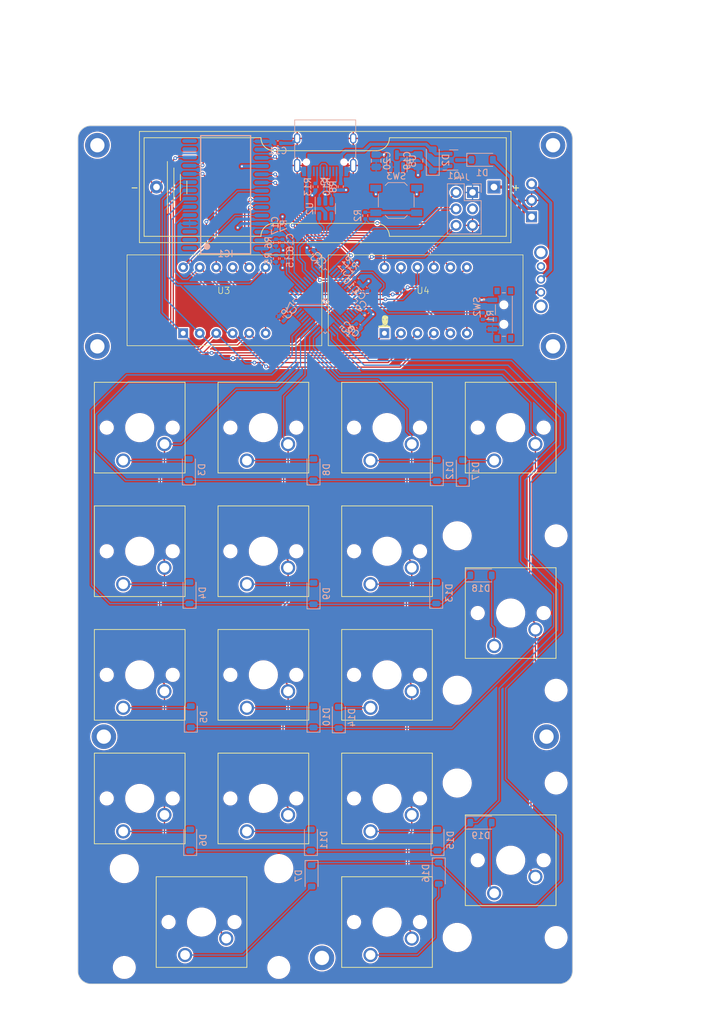
<source format=kicad_pcb>
(kicad_pcb (version 20221018) (generator pcbnew)
  (layers (0 "F.Cu" signal) (31 "B.Cu" signal) (34 "B.Paste" user) (35 "F.Paste" user) (36 "B.SilkS" user "B.Silkscreen") (37 "F.SilkS" user "F.Silkscreen") (38 "B.Mask" user) (39 "F.Mask" user) (44 "Edge.Cuts" user))
  (net 0 "")
  (net 1 "Net-(BT1-+)")
  (net 2 "+3V3")
  (net 3 "NRST")
  (net 4 "STB")
  (net 5 "CLK")
  (net 6 "DIO")
  (net 7 "+5V")
  (net 8 "Net-(D1-K)")
  (net 9 "Net-(D1-A)")
  (net 10 "vbus")
  (net 11 "row0")
  (net 12 "Net-(D3-A)")
  (net 13 "row1")
  (net 14 "Net-(D4-A)")
  (net 15 "row2")
  (net 16 "Net-(D5-A)")
  (net 17 "row3")
  (net 18 "Net-(D6-A)")
  (net 19 "row4")
  (net 20 "Net-(D7-A)")
  (net 21 "Net-(D8-A)")
  (net 22 "Net-(D9-A)")
  (net 23 "Net-(D10-A)")
  (net 24 "Net-(D11-A)")
  (net 25 "Net-(D12-A)")
  (net 26 "Net-(D13-A)")
  (net 27 "Net-(D14-A)")
  (net 28 "Net-(D15-A)")
  (net 29 "Net-(D16-A)")
  (net 30 "Net-(D17-A)")
  (net 31 "Net-(D18-A)")
  (net 32 "Net-(D19-A)")
  (net 36 "GR1")
  (net 37 "GR2")
  (net 38 "GR3")
  (net 39 "GR4")
  (net 40 "GR5")
  (net 41 "GR6")
  (net 42 "GR7")
  (net 43 "GR8")
  (net 46 "SEG8")
  (net 47 "SEG7")
  (net 48 "SEG6")
  (net 49 "SEG5")
  (net 50 "SEG4")
  (net 51 "SEG3")
  (net 52 "SEG2")
  (net 53 "SEG1")
  (net 55 "Net-(J3-CC1)")
  (net 58 "Net-(J3-CC2)")
  (net 60 "BOOT0")
  (net 61 "usb_check_mcu")
  (net 62 "col0")
  (net 63 "col1")
  (net 64 "col3")
  (net 65 "col2")
  (net 66 "D-")
  (net 67 "D+")
  (net 79 "SWDIO")
  (net 87 "SWCLK")
  (net 89 "GND")
  (net 90 "Net-(J2-Pin_3)")
  (net 91 "Net-(SW2-B)")
  (net 92 "Net-(R2-Pad1)")
  (net 100 "usbD+")
  (net 101 "usbD-")
  (footprint "Connector_PinHeader_2.54mm:PinHeader_1x03_P2.54mm_Vertical" (layer "F.Cu") (at 117.525 72.29 180)
    (fp_text reference "J2" hide)
    (fp_text value "Conn_01x03")
  )
  (footprint "georgs_lib:geo1.00u_PCB" (layer "F.Cu") (at 73.66 147.955 180)
    (fp_text reference "SW_five1" hide)
    (fp_text value "SW_SPST")
  )
  (footprint "georgs_lib:geo2.00u_PCB" (layer "F.Cu") (at 64.135 186.055 180)
    (fp_text reference "SW_zero1" hide)
    (fp_text value "SW_SPST")
  )
  (footprint "georgs_lib:geo1.00u_PCB" (layer "F.Cu") (at 73.66 167.005 180)
    (fp_text reference "SW_two1" hide)
    (fp_text value "SW_SPST")
  )
  (footprint "MountingHole:MountingHole_2.2mm_M2_DIN965_Pad" (layer "F.Cu") (at 120.825 61.25)
    (fp_text reference "H2" hide)
    (fp_text value "MountingHole_Pad")
  )
  (footprint "georgs_lib:geo1.00u_PCB" (layer "F.Cu") (at 92.71 167.005 180)
    (fp_text reference "SW_three1" hide)
    (fp_text value "SW_SPST")
  )
  (footprint "georgs_lib:geo1.00u_PCB" (layer "F.Cu") (at 73.66 109.855 180)
    (fp_text reference "SW_divide1" hide)
    (fp_text value "SW_SPST")
  )
  (footprint "MountingHole:MountingHole_2.2mm_M2_DIN965_Pad" (layer "F.Cu") (at 50.625 61.25)
    (fp_text reference "H3" hide)
    (fp_text value "MountingHole_Pad")
  )
  (footprint "georgs_lib:geo1.00u_PCB" (layer "F.Cu") (at 54.61 147.955 180)
    (fp_text reference "SW_four1" hide)
    (fp_text value "SW_SPST")
  )
  (footprint "Battery:BatteryHolder_Keystone_2460_1xAA" (layer "F.Cu") (at 85.725 59.25 180)
    (fp_text reference "BT1" hide)
    (fp_text value "Battery_Cell")
  )
  (footprint "georgs_lib:geo1.00u_PCB" (layer "F.Cu") (at 92.71 186.055 180)
    (fp_text reference "SW_point1" hide)
    (fp_text value "SW_SPST")
  )
  (footprint "georgs_lib:geo2.00u_Vertical_PCB" (layer "F.Cu") (at 111.76 138.43 180)
    (fp_text reference "SW_plus1" hide)
    (fp_text value "SW_SPST")
  )
  (footprint "georgs_lib:7seg_sr410361n" (layer "F.Cu") (at 86.2 92.15)
    (fp_text reference "U4")
    (fp_text value "CC56-12GWA")
  )
  (footprint "georgs_lib:soy" (layer "F.Cu") (at 94.825 88.25)
    (fp_text reference "G***" hide)
    (fp_text value "LOGO" hide)
  )
  (footprint "georgs_lib:geo1.00u_PCB" (layer "F.Cu") (at 66.675 114.3 180)
    (fp_text reference "SW_clear1" hide)
    (fp_text value "SW_SPST")
  )
  (footprint "MountingHole:MountingHole_2.2mm_M2_DIN965_Pad" (layer "F.Cu") (at 120.825 92.25)
    (fp_text reference "H1" hide)
    (fp_text value "MountingHole_Pad")
  )
  (footprint "MountingHole:MountingHole_2.2mm_M2_DIN965_Pad" (layer "F.Cu") (at 51.625 152.4)
    (fp_text reference "H7" hide)
    (fp_text value "MountingHole_Pad")
  )
  (footprint "georgs_lib:geo2.00u_Vertical_PCB" (layer "F.Cu") (at 111.76 176.53 180)
    (fp_text reference "SW_equals1" hide)
    (fp_text value "SW_SPST")
  )
  (footprint "georgs_lib:geo1.00u_PCB" (layer "F.Cu") (at 111.76 109.855 180)
    (fp_text reference "SW_minus1" hide)
    (fp_text value "SW_SPST")
  )
  (footprint "MountingHole:MountingHole_2.2mm_M2_DIN965_Pad" (layer "F.Cu") (at 50.625 92.25)
    (fp_text reference "H4" hide)
    (fp_text value "MountingHole_Pad")
  )
  (footprint "georgs_lib:geo1.00u_PCB" (layer "F.Cu") (at 92.71 147.955 180)
    (fp_text reference "SW_six1" hide)
    (fp_text value "SW_SPST")
  )
  (footprint "georgs_lib:geo1.00u_PCB" (layer "F.Cu") (at 73.66 128.905 180)
    (fp_text reference "SW_eight1" hide)
    (fp_text value "SW_SPST")
  )
  (footprint "MountingHole:MountingHole_2.2mm_M2_DIN965_Pad" (layer "F.Cu") (at 85.225 186.5)
    (fp_text reference "H5" hide)
    (fp_text value "MountingHole_Pad")
  )
  (footprint "georgs_lib:geo1.00u_PCB" (layer "F.Cu") (at 54.61 167.005 180)
    (fp_text reference "SW_one1" hide)
    (fp_text value "SW_SPST")
  )
  (footprint "georgs_lib:SK12D07VG4_slider" (layer "F.Cu") (at 118.965 81.93 90)
    (fp_text reference "SW1" hide)
    (fp_text value "batter_switch")
  )
  (footprint "georgs_lib:geo1.00u_PCB" (layer "F.Cu") (at 92.71 109.855 180)
    (fp_text reference "SW_mutiplicate1" hide)
    (fp_text value "SW_SPST")
  )
  (footprint "MountingHole:MountingHole_2.2mm_M2_DIN965_Pad" (layer "F.Cu") (at 119.825 152.4)
    (fp_text reference "H6" hide)
    (fp_text value "MountingHole_Pad")
  )
  (footprint "georgs_lib:geo1.00u_PCB" (layer "F.Cu") (at 92.71 128.905 180)
    (fp_text reference "SW_nine1" hide)
    (fp_text value "SW_SPST")
  )
  (footprint "georgs_lib:7seg_sr410361n" (layer "F.Cu") (at 55.2 92.15)
    (fp_text reference "U3")
    (fp_text value "CC56-12GWA")
  )
  (footprint "georgs_lib:geo1.00u_PCB" (layer "F.Cu") (at 54.61 128.905 180)
    (fp_text reference "SW_seven1" hide)
    (fp_text value "SW_SPST")
  )
  (footprint "Diode_SMD:D_SOD-123" (layer "B.Cu") (at 109.725 127.55)
    (fp_text reference "D18")
    (fp_text value "1N4148")
  )
  (footprint "Package_TO_SOT_SMD:SOT-23" (layer "B.Cu") (at 105.535 63.53)
    (fp_text reference "Q1")
    (fp_text value "p channel mosfet sot 23")
  )
  (footprint "Diode_SMD:D_SOD-123" (layer "B.Cu") (at 87.825 149.45 90)
    (fp_text reference "D14")
    (fp_text value "1N4148")
  )
  (footprint "Diode_SMD:D_SOD-123" (layer "B.Cu") (at 83.925 130.35 90)
    (fp_text reference "D9")
    (fp_text value "1N4148")
  )
  (footprint "Package_TO_SOT_SMD:SOT-23-6" (layer "B.Cu") (at 85.745 71.03 -90)
    (fp_text reference "U2")
    (fp_text value "USBLC6-2SC6")
  )
  (footprint "Resistor_SMD:R_0402_1005Metric" (layer "B.Cu") (at 78.15 76.25 -90)
    (fp_text reference "R6")
    (fp_text value "10K")
  )
  (footprint "Diode_SMD:D_SOD-123" (layer "B.Cu") (at 102.2975 63.53 90)
    (fp_text reference "D2")
    (fp_text value "1n4148")
  )
  (footprint "Diode_SMD:D_SOD-123" (layer "B.Cu") (at 109.9 63.5)
    (fp_text reference "D1")
    (fp_text value "schottky diode ")
  )
  (footprint "Capacitor_SMD:C_0402_1005Metric" (layer "B.Cu") (at 84.265 78.48 45)
    (fp_text reference "C1")
    (fp_text value "100n")
  )
  (footprint "Resistor_SMD:R_0402_1005Metric" (layer "B.Cu") (at 87.115 67.65 -90)
    (fp_text reference "R10")
    (fp_text value "5k1")
  )
  (footprint "Capacitor_SMD:C_0402_1005Metric" (layer "B.Cu") (at 90.4 90.8 -135)
    (fp_text reference "C4")
    (fp_text value "1u")
  )
  (footprint "Connector_PinHeader_2.54mm:PinHeader_2x03_P2.54mm_Vertical" (layer "B.Cu") (at 108.425 68.525 180)
    (fp_text reference "J4")
    (fp_text value "Conn_02x03_Odd_Even")
  )
  (footprint "Capacitor_SMD:C_0805_2012Metric" (layer "B.Cu") (at 100.025 63.62 -90)
    (fp_text reference "C19")
    (fp_text value "1u")
  )
  (footprint "Diode_SMD:D_SOD-123" (layer "B.Cu") (at 64.825 130.25 90)
    (fp_text reference "D4")
    (fp_text value "1N4148")
  )
  (footprint "Capacitor_SMD:C_0402_1005Metric" (layer "B.Cu") (at 83.565 77.75 45)
    (fp_text reference "C2")
    (fp_text value "4.7u")
  )
  (footprint "Connector_USB:USB_C_Receptacle_HRO_TYPE-C-31-M-12" (layer "B.Cu") (at 85.725 61.25)
    (fp_text reference "J3")
    (fp_text value "C5307759")
  )
  (footprint "Capacitor_SMD:C_0805_2012Metric" (layer "B.Cu") (at 93.575 63.64 90)
    (fp_text reference "C20")
    (fp_text value "1u")
  )
  (footprint "Diode_SMD:D_SOD-123" (layer "B.Cu") (at 102.925 111.35 90)
    (fp_text reference "D12")
    (fp_text value "1N4148")
  )
  (footprint "Resistor_SMD:R_0402_1005Metric" (layer "B.Cu") (at 78.15 78.72 -90)
    (fp_text reference "R5")
    (fp_text value "10K")
  )
  (footprint "Capacitor_SMD:C_0402_1005Metric" (layer "B.Cu") (at 79.15 73.65 -90)
    (fp_text reference "C17")
    (fp_text value "100pF")
  )
  (footprint "Diode_SMD:D_SOD-123" (layer "B.Cu") (at 106.925 111.45 90)
    (fp_text reference "D17")
    (fp_text value "1N4148")
  )
  (footprint "Capacitor_SMD:C_0402_1005Metric" (layer "B.Cu") (at 79.15 78.72 90)
    (fp_text reference "C15")
    (fp_text value "100pF")
  )
  (footprint "Diode_SMD:D_SOD-123" (layer "B.Cu") (at 65.025 149.35 90)
    (fp_text reference "D5")
    (fp_text value "1N4148")
  )
  (footprint "Package_TO_SOT_SMD:SOT-23" (layer "B.Cu") (at 96.775 63.68 90)
    (fp_text reference "U5")
    (fp_text value "XC6206P332MR ")
  )
  (footprint "Button_Switch_SMD:SW_SPST_TL3342" (layer "B.Cu") (at 96.67 69.76 180)
    (fp_text reference "SW3")
    (fp_text value "Reset")
  )
  (footprint "Diode_SMD:D_SOD-123" (layer "B.Cu") (at 109.725 165.65)
    (fp_text reference "D19")
    (fp_text value "1N4148")
  )
  (footprint "Resistor_SMD:R_0402_1005Metric" (layer "B.Cu") (at 110 87.6 90)
    (fp_text reference "R1")
    (fp_text value "10k")
  )
  (footprint "Resistor_SMD:R_0402_1005Metric" (layer "B.Cu") (at 84.225 67.65 -90)
    (fp_text reference "R13")
    (fp_text value "5k1")
  )
  (footprint "georgs_lib:ss-1290" (layer "B.Cu") (at 113.25 87.35 -90)
    (fp_text reference "SW2")
    (fp_text value "SS-1290")
  )
  (footprint "Capacitor_SMD:C_0402_1005Metric" (layer "B.Cu") (at 91.875 83.37 -45)
    (fp_text reference "C3")
    (fp_text value "100n")
  )
  (footprint "Diode_SMD:D_SOD-123" (layer "B.Cu") (at 64.725 111.25 90)
    (fp_text reference "D3")
    (fp_text value "1N4148")
  )
  (footprint "Resistor_SMD:R_0402_1005Metric" (layer "B.Cu") (at 89.59 80.4 -135)
    (fp_text reference "R11")
    (fp_text value "2k")
  )
  (footprint "Capacitor_SMD:C_0402_1005Metric" (layer "B.Cu") (at 79.15 76.25 90)
    (fp_text reference "C16")
    (fp_text value "100pF")
  )
  (footprint "georgs_lib:STM32L072CBT6" (layer "B.Cu") (at 85.725 85.25 135)
    (fp_text reference "U1")
    (fp_text value "STM32F072CBT6")
  )
  (footprint "Resistor_SMD:R_0402_1005Metric" (layer "B.Cu") (at 91.9 72.1 -90)
    (fp_text reference "R2")
    (fp_text value "100")
  )
  (footprint "georgs_lib:SOP28 tm1638" (layer "B.Cu") (at 70.385 68.88)
    (fp_text reference "IC1")
    (fp_text value "TM1638")
  )
  (footprint "Capacitor_SMD:C_0402_1005Metric" (layer "B.Cu") (at 78.425 60.95)
    (fp_text reference "C11")
    (fp_text value "100n")
  )
  (footprint "Diode_SMD:D_SOD-123" (layer "B.Cu") (at 103.225 173.45 -90)
    (fp_text reference "D16")
    (fp_text value "1N4148")
  )
  (footprint "Diode_SMD:D_SOD-123" (layer "B.Cu") (at 83.925 111.25 90)
    (fp_text reference "D8")
    (fp_text value "1N4148")
  )
  (footprint "Diode_SMD:D_SOD-123" (layer "B.Cu") (at 83.525 168.35 90)
    (fp_text reference "D11")
    (fp_text value "1N4148")
  )
  (footprint "Diode_SMD:D_SOD-123" (layer "B.Cu") (at 103.025 168.35 90)
    (fp_text reference "D15")
    (fp_text value "1N4148")
  )
  (footprint "Resistor_SMD:R_0402_1005Metric" (layer "B.Cu") (at 78.15 73.67 90)
    (fp_text reference "R7")
    (fp_text value "10K")
  )
  (footprint "Diode_SMD:D_SOD-123" (layer "B.Cu") (at 83.925 149.35 90)
    (fp_text reference "D10")
    (fp_text value "1N4148")
  )
  (footprint "Capacitor_SMD:C_0402_1005Metric" (layer "B.Cu") (at 79.665 87.25 135)
    (fp_text reference "C7")
    (fp_text value "4.7u")
  )
  (footprint "Resistor_SMD:R_0402_1005Metric" (layer "B.Cu") (at 88.9 79.7 45)
    (fp_text reference "R12")
    (fp_text value "1k")
  )
  (footprint "Diode_SMD:D_SOD-123" (layer "B.Cu") (at 64.925 168.35 90)
    (fp_text reference "D6")
    (fp_text value "1N4148")
  )
  (footprint "Capacitor_SMD:C_0402_1005Metric" (layer "B.Cu") (at 78.964411 87.969411 135)
    (fp_text reference "C6")
    (fp_text value "100n")
  )
  (footprint "Capacitor_SMD:C_0402_1005Metric" (layer "B.Cu") (at 90.86 89.14 -45)
    (fp_text reference "C8")
    (fp_text value "0.1uF")
  )
  (footprint "Diode_SMD:D_SOD-123" (layer "B.Cu") (at 83.625 173.85 -90)
    (fp_text reference "D7")
    (fp_text value "1N4148")
  )
  (footprint "Diode_SMD:D_SOD-123" (layer "B.Cu") (at 102.825 130.25 90)
    (fp_text reference "D13")
    (fp_text value "1N4148")
  )
  (footprint "Resistor_SMD:R_0402_1005Metric" (layer "B.Cu") (at 88.125 67.65 -90)
    (fp_text reference "R8")
    (fp_text value "10k")
  )
  (footprint "Capacitor_SMD:C_0402_1005Metric" (layer "B.Cu") (at 90.574411 82.059411 -45)
    (fp_text reference "C10")
    (fp_text value "0.1uF")
  )
  (footprint "Capacitor_SMD:C_0402_1005Metric" (layer "B.Cu") (at 89.67 90.08 -135)
    (fp_text reference "C5")
    (fp_text value "10n")
  )
  (footprint "Capacitor_SMD:C_0402_1005Metric" (layer "B.Cu") (at 92.115 86.88 -135)
    (fp_text reference "C9")
    (fp_text value "100n")
  )
  (gr_arc (start 123.825 188.5) (mid 123.239214 189.914214) (end 121.825 190.5) (stroke (width 0.1)) (layer "Edge.Cuts"))
  (gr_arc (start 121.825 58.25) (mid 123.239214 58.835786) (end 123.825 60.25) (stroke (width 0.1)) (layer "Edge.Cuts"))
  (gr_line (start 121.825 58.25) (end 49.625 58.25) (stroke (width 0.1)) (layer "Edge.Cuts"))
  (gr_arc (start 47.625 60.25) (mid 48.210786 58.835786) (end 49.625 58.25) (stroke (width 0.1)) (layer "Edge.Cuts"))
  (gr_line (start 47.625 60.25) (end 47.625 188.5) (stroke (width 0.1)) (layer "Edge.Cuts"))
  (gr_line (start 123.825 60.25) (end 123.825 188.5) (stroke (width 0.1)) (layer "Edge.Cuts"))
  (gr_arc (start 49.625 190.5) (mid 48.210786 189.914214) (end 47.625 188.5) (stroke (width 0.1)) (layer "Edge.Cuts"))
  (gr_line (start 121.825 190.5) (end 49.625 190.5) (stroke (width 0.1)) (layer "Edge.Cuts"))
  (segment (start 115.625 82.25) (end 117.305 83.93) (width 0.5) (layer "F.Cu") (net 1))
  (segment (start 115.625 69.05) (end 115.625 82.25) (width 0.5) (layer "F.Cu") (net 1))
  (segment (start 117.305 83.93) (end 118.965 83.93) (width 0.5) (layer "F.Cu") (net 1))
  (segment (start 111.725 67.695) (end 114.27 67.695) (width 0.5) (layer "F.Cu") (net 1))
  (segment (start 114.27 67.695) (end 115.625 69.05) (width 0.5) (layer "F.Cu") (net 1))
  (segment (start 83.904411 77.410589) (end 83.904411 77.440589) (width 0.5) (layer "B.Cu") (net 2))
  (segment (start 91.154676 83.709411) (end 90.618179 84.245908) (width 0.2) (layer "B.Cu") (net 2))
  (segment (start 79.325589 86.910589) (end 80.175324 86.910589) (width 0.2) (layer "B.Cu") (net 2))
  (segment (start 84.720908 78.257086) (end 84.720908 80.356821) (width 0.2) (layer "B.Cu") (net 2))
  (segment (start 77.945 60.95) (end 77.945 60.87) (width 0.5) (layer "B.Cu") (net 2))
  (segment (start 91.583498 87.219411) (end 90.618179 86.254092) (width 0.2) (layer "B.Cu") (net 2))
  (segment (start 80.175324 86.910589) (end 80.831821 86.254092) (width 0.2) (layer "B.Cu") (net 2))
  (segment (start 78.625 87.63) (end 78.625 87.611178) (width 0.5) (layer "B.Cu") (net 2))
  (segment (start 89.330589 90.419411) (end 89.126644 90.419411) (width 0.2) (layer "B.Cu") (net 2))
  (segment (start 92.214411 83.709411) (end 91.154676 83.709411) (width 0.2) (layer "B.Cu") (net 2))
  (segment (start 78.625 87.63) (end 78.625 87.625) (width 0.5) (layer "B.Cu") (net 2))
  (segment (start 89.126644 90.419411) (end 87.789752 89.082519) (width 0.2) (layer "B.Cu") (net 2))
  (segment (start 78.625 87.611178) (end 79.325589 86.910589) (width 0.5) (layer "B.Cu") (net 2))
  (segment (start 91.775589 87.219411) (end 91.583498 87.219411) (width 0.2) (layer "B.Cu") (net 2))
  (segment (start 89.330589 90.419411) (end 89.340589 90.419411) (width 0.5) (layer "B.Cu") (net 2))
  (segment (start 77.72 60.655) (end 75.935 60.655) (width 0.5) (layer "B.Cu") (net 2))
  (segment (start 77.725 60.65) (end 77.72 60.655) (width 0.5) (layer "B.Cu") (net 2))
  (segment (start 77.945 60.87) (end 77.725 60.65) (width 0.5) (layer "B.Cu") (net 2))
  (segment (start 83.904411 77.440589) (end 84.604411 78.140589) (width 0.5) (layer "B.Cu") (net 2))
  (segment (start 89.340589 90.419411) (end 90.060589 91.139411) (width 0.5) (layer "B.Cu") (net 2))
  (segment (start 84.604411 78.140589) (end 84.720908 78.257086) (width 0.2) (layer "B.Cu") (net 2))
  (segment (start 101.175 73.25) (end 93.75 73.25) (width 0.2) (layer "F.Cu") (net 3))
  (segment (start 105.885 68.525) (end 105.885 68.54) (width 0.2) (layer "F.Cu") (net 3))
  (segment (start 105.885 68.54) (end 101.175 73.25) (width 0.2) (layer "F.Cu") (net 3))
  (via (at 93.75 73.25) (size 0.6) (drill 0.3) (layers "F.Cu" "B.Cu") (net 3))
  (segment (start 89.064456 88.943009) (end 90.378169 88.943009) (width 0.2) (layer "B.Cu") (net 3))
  (segment (start 93.75 73.25) (end 92.54 73.25) (width 0.2) (layer "B.Cu") (net 3))
  (segment (start 91.9 73.1) (end 85.75 79.25) (width 0.2) (layer "B.Cu") (net 3))
  (segment (start 88.496859 88.375412) (end 89.064456 88.943009) (width 0.2) (layer "B.Cu") (net 3))
  (segment (start 85.75 85.628553) (end 88.496859 88.375412) (width 0.2) (layer "B.Cu") (net 3))
  (segment (start 85.75 79.25) (end 85.75 85.628553) (width 0.2) (layer "B.Cu") (net 3))
  (segment (start 92.54 73.25) (end 91.9 72.61) (width 0.2) (layer "B.Cu") (net 3))
  (segment (start 90.378169 88.943009) (end 90.520589 88.800589) (width 0.2) (layer "B.Cu") (net 3))
  (segment (start 91.9 72.61) (end 91.9 73.1) (width 0.2) (layer "B.Cu") (net 3))
  (segment (start 79.76 78.85) (end 79.76 81.052767) (width 0.2) (layer "B.Cu") (net 4))
  (segment (start 78.15 78.21) (end 79.12 78.21) (width 0.2) (layer "B.Cu") (net 4))
  (segment (start 75.935 77.685) (end 76.45 78.2) (width 0.2) (layer "B.Cu") (net 4))
  (segment (start 76.45 78.2) (end 78.14 78.2) (width 0.2) (layer "B.Cu") (net 4))
  (segment (start 79.15 78.24) (end 79.76 78.85) (width 0.2) (layer "B.Cu") (net 4))
  (segment (start 79.76 81.052767) (end 81.892481 83.185248) (width 0.2) (layer "B.Cu") (net 4))
  (segment (start 78.14 78.2) (end 78.15 78.21) (width 0.2) (layer "B.Cu") (net 4))
  (segment (start 79.12 78.21) (end 79.15 78.24) (width 0.2) (layer "B.Cu") (net 4))
  (segment (start 75.935 77.165) (end 75.935 77.685) (width 0.2) (layer "B.Cu") (net 4))
  (segment (start 77.995 75.895) (end 78.15 75.74) (width 0.2) (layer "B.Cu") (net 5))
  (segment (start 79.15 75.77) (end 80.16 76.78) (width 0.2) (layer "B.Cu") (net 5))
  (segment (start 80.16 80.74566) (end 82.246035 82.831695) (width 0.2) (layer "B.Cu") (net 5))
  (segment (start 80.16 76.78) (end 80.16 80.74566) (width 0.2) (layer "B.Cu") (net 5))
  (segment (start 75.935 75.895) (end 77.995 75.895) (width 0.2) (layer "B.Cu") (net 5))
  (segment (start 78.15 75.74) (end 79.12 75.74) (width 0.2) (layer "B.Cu") (net 5))
  (segment (start 79.12 75.74) (end 79.15 75.77) (width 0.2) (layer "B.Cu") (net 5))
  (segment (start 79.1 74.18) (end 79.15 74.13) (width 0.2) (layer "B.Cu") (net 6))
  (segment (start 79.15 74.13) (end 80.95 75.93) (width 0.2) (layer "B.Cu") (net 6))
  (segment (start 80.95 80.828553) (end 82.599588 82.478141) (width 0.2) (layer "B.Cu") (net 6))
  (segment (start 78.15 74.18) (end 79.1 74.18) (width 0.2) (layer "B.Cu") (net 6))
  (segment (start 77.705 74.625) (end 78.15 74.18) (width 0.2) (layer "B.Cu") (net 6))
  (segment (start 80.95 75.93) (end 80.95 80.828553) (width 0.2) (layer "B.Cu") (net 6))
  (segment (start 75.935 74.625) (end 77.705 74.625) (width 0.2) (layer "B.Cu") (net 6))
  (segment (start 102.2975 64.93) (end 102.285 64.93) (width 0.5) (layer "B.Cu") (net 7))
  (segment (start 96.8475 62.67) (end 96.775 62.7425) (width 0.5) (layer "B.Cu") (net 7))
  (segment (start 104.1475 64.93) (end 104.5975 64.48) (width 0.5) (layer "B.Cu") (net 7))
  (segment (start 102.285 64.93) (end 100.025 62.67) (width 0.5) (layer "B.Cu") (net 7))
  (segment (start 100.025 62.67) (end 96.8475 62.67) (width 0.5) (layer "B.Cu") (net 7))
  (segment (start 102.2975 64.93) (end 104.1475 64.93) (width 0.5) (layer "B.Cu") (net 7))
  (segment (start 106.4725 63.53) (end 108.47 63.53) (width 0.5) (layer "B.Cu") (net 8))
  (segment (start 108.47 63.53) (end 108.5 63.5) (width 0.5) (layer "B.Cu") (net 8))
  (segment (start 117.525 72.29) (end 114.325 69.09) (width 0.5) (layer "B.Cu") (net 9))
  (segment (start 114.325 69.09) (end 114.325 66.275) (width 0.5) (layer "B.Cu") (net 9))
  (segment (start 114.325 66.275) (end 111.55 63.5) (width 0.5) (layer "B.Cu") (net 9))
  (segment (start 83.925 76.8) (end 80.725 73.6) (width 0.2) (layer "F.Cu") (net 10))
  (segment (start 88.275 76.8) (end 83.925 76.8) (width 0.2) (layer "F.Cu") (net 10))
  (segment (start 89.704368 78.229368) (end 88.275 76.8) (width 0.2) (layer "F.Cu") (net 10))
  (via (at 89.704368 78.229368) (size 0.6) (drill 0.3) (layers "F.Cu" "B.Cu") (net 10))
  (via (at 80.725 73.6) (size 0.6) (drill 0.3) (layers "F.Cu" "B.Cu") (net 10))
  (segment (start 88.125 67.14) (end 88.125 65.345) (width 0.5) (layer "B.Cu") (net 10))
  (segment (start 83.105 71.005) (end 82.9 70.8) (width 0.5) (layer "B.Cu") (net 10))
  (segment (start 104.5975 62.58) (end 102.7475 62.58) (width 0.5) (layer "B.Cu") (net 10))
  (segment (start 91.7 62.1) (end 88.875 62.1) (width 0.5) (layer "B.Cu") (net 10))
  (segment (start 101.2675 61.1) (end 92.7 61.1) (width 0.5) (layer "B.Cu") (net 10))
  (segment (start 92.7 61.1) (end 91.7 62.1) (width 0.5) (layer "B.Cu") (net 10))
  (segment (start 82.9 66.795) (end 83.275 66.42) (width 0.5) (layer "B.Cu") (net 10))
  (segment (start 83.105 71.005) (end 83.105 71.22) (width 0.5) (layer "B.Cu") (net 10))
  (segment (start 85.745 71.606472) (end 85.143528 71.005) (width 0.5) (layer "B.Cu") (net 10))
  (segment (start 85.143528 71.005) (end 83.105 71.005) (width 0.5) (layer "B.Cu") (net 10))
  (segment (start 102.2975 62.13) (end 101.2675 61.1) (width 0.5) (layer "B.Cu") (net 10))
  (segment (start 85.745 72.1675) (end 85.745 71.606472) (width 0.5) (layer "B.Cu") (net 10))
  (segment (start 102.2975 62.13) (end 102.2525 62.13) (width 0.5) (layer "B.Cu") (net 10))
  (segment (start 83.275 66.42) (end 83.275 65.295) (width 0.5) (layer "B.Cu") (net 10))
  (segment (start 89.260624 78.673112) (end 89.260624 79.339376) (width 0.2) (layer "B.Cu") (net 10))
  (segment (start 82.9 70.8) (end 82.9 66.795) (width 0.5) (layer "B.Cu") (net 10))
  (segment (start 88.425 62.55) (end 88.125 62.85) (width 0.5) (layer "B.Cu") (net 10))
  (segment (start 88.875 62.1) (end 88.425 62.55) (width 0.5) (layer "B.Cu") (net 10))
  (segment (start 102.7475 62.58) (end 102.2975 62.13) (width 0.5) (layer "B.Cu") (net 10))
  (segment (start 83.105 71.22) (end 80.725 73.6) (width 0.5) (layer "B.Cu") (net 10))
  (segment (start 88.125 65.345) (end 88.175 65.295) (width 0.5) (layer "B.Cu") (net 10))
  (segment (start 89.704368 78.229368) (end 89.260624 78.673112) (width 0.2) (layer "B.Cu") (net 10))
  (segment (start 50.325 102.75) (end 55.425 97.65) (width 0.2) (layer "B.Cu") (net 11))
  (segment (start 102.825 112.9) (end 102.925 113) (width 0.2) (layer "B.Cu") (net 11))
  (segment (start 54.975 112.9) (end 50.325 108.25) (width 0.2) (layer "B.Cu") (net 11))
  (segment (start 83.925 112.9) (end 102.825 112.9) (width 0.2) (layer "B.Cu") (net 11))
  (segment (start 83.306695 88.768305) (end 83.306695 88.728965) (width 0.2) (layer "B.Cu") (net 11))
  (segment (start 78.025 97.65) (end 81.225 94.45) (width 0.2) (layer "B.Cu") (net 11))
  (segment (start 102.825 112.65) (end 102.925 112.75) (width 0.2) (layer "B.Cu") (net 11))
  (segment (start 81.225 94.45) (end 81.225 90.81066) (width 0.2) (layer "B.Cu") (net 11))
  (segment (start 64.725 112.9) (end 54.975 112.9) (width 0.2) (layer "B.Cu") (net 11))
  (segment (start 106.825 113) (end 106.925 113.1) (width 0.2) (layer "B.Cu") (net 11))
  (segment (start 55.425 97.65) (end 78.025 97.65) (width 0.2) (layer "B.Cu") (net 11))
  (segment (start 102.925 113) (end 106.825 113) (width 0.2) (layer "B.Cu") (net 11))
  (segment (start 50.325 108.25) (end 50.325 102.75) (width 0.2) (layer "B.Cu") (net 11))
  (segment (start 81.225 90.81066) (end 83.306695 88.728965) (width 0.2) (layer "B.Cu") (net 11))
  (segment (start 106.825 112.75) (end 106.925 112.85) (width 0.2) (layer "B.Cu") (net 11))
  (segment (start 64.725 112.9) (end 83.925 112.9) (width 0.2) (layer "B.Cu") (net 11))
  (segment (start 64.72 109.855) (end 64.725 109.85) (width 0.2) (layer "B.Cu") (net 12))
  (segment (start 64.47 109.855) (end 54.61 109.855) (width 0.2) (layer "B.Cu") (net 12))
  (segment (start 64.725 109.6) (end 64.47 109.855) (width 0.2) (layer "B.Cu") (net 12))
  (segment (start 77.525 96.65) (end 80.625 93.55) (width 0.2) (layer "B.Cu") (net 13))
  (segment (start 49.725 102.05) (end 55.125 96.65) (width 0.2) (layer "B.Cu") (net 13))
  (segment (start 80.625 93.55) (end 80.625 90.703553) (width 0.2) (layer "B.Cu") (net 13))
  (segment (start 64.825 131.9) (end 83.825 131.9) (width 0.2) (layer "B.Cu") (net 13))
  (segment (start 103.725 131.9) (end 108.075 127.55) (width 0.2) (layer "B.Cu") (net 13))
  (segment (start 102.725 132) (end 102.825 131.9) (width 0.2) (layer "B.Cu") (net 13))
  (segment (start 52.575 131.9) (end 49.725 129.05) (width 0.2) (layer "B.Cu") (net 13))
  (segment (start 83.825 131.9) (end 83.925 132) (width 0.2) (layer "B.Cu") (net 13))
  (segment (start 102.825 131.9) (end 103.725 131.9) (width 0.2) (layer "B.Cu") (net 13))
  (segment (start 83.925 132) (end 102.725 132) (width 0.2) (layer "B.Cu") (net 13))
  (segment (start 49.725 129.05) (end 49.725 102.05) (width 0.2) (layer "B.Cu") (net 13))
  (segment (start 64.825 131.9) (end 52.575 131.9) (width 0.2) (layer "B.Cu") (net 13))
  (segment (start 55.125 96.65) (end 77.525 96.65) (width 0.2) (layer "B.Cu") (net 13))
  (segment (start 80.625 90.703553) (end 82.953141 88.375412) (width 0.2) (layer "B.Cu") (net 13))
  (segment (start 54.61 128.905) (end 64.52 128.905) (width 0.2) (layer "B.Cu") (net 14))
  (segment (start 64.77 128.905) (end 64.825 128.85) (width 0.2) (layer "B.Cu") (net 14))
  (segment (start 64.52 128.905) (end 64.825 128.6) (width 0.2) (layer "B.Cu") (net 14))
  (segment (start 115.825 125.35) (end 115.825 112.35) (width 0.2) (layer "B.Cu") (net 15))
  (segment (start 65.025 151) (end 83.925 151) (width 0.2) (layer "B.Cu") (net 15))
  (segment (start 121.325 106.85) (end 121.325 103.85) (width 0.2) (layer "B.Cu") (net 15))
  (segment (start 86.729092 91.154092) (end 86.729092 90.143179) (width 0.2) (layer "B.Cu") (net 15))
  (segment (start 120.925 130.45) (end 115.825 125.35) (width 0.2) (layer "B.Cu") (net 15))
  (segment (start 87.825 151.1) (end 105.275 151.1) (width 0.2) (layer "B.Cu") (net 15))
  (segment (start 105.275 151.1) (end 120.925 135.45) (width 0.2) (layer "B.Cu") (net 15))
  (segment (start 87.725 151) (end 87.825 151.1) (width 0.2) (layer "B.Cu") (net 15))
  (segment (start 120.925 135.45) (end 120.925 130.45) (width 0.2) (layer "B.Cu") (net 15))
  (segment (start 113.325 95.85) (end 91.425 95.85) (width 0.2) (layer "B.Cu") (net 15))
  (segment (start 91.425 95.85) (end 86.729092 91.154092) (width 0.2) (layer "B.Cu") (net 15))
  (segment (start 83.925 151) (end 87.725 151) (width 0.2) (layer "B.Cu") (net 15))
  (segment (start 121.325 103.85) (end 113.325 95.85) (width 0.2) (layer "B.Cu") (net 15))
  (segment (start 115.825 112.35) (end 121.325 106.85) (width 0.2) (layer "B.Cu") (net 15))
  (segment (start 65.02 147.955) (end 65.025 147.95) (width 0.2) (layer "B.Cu") (net 16))
  (segment (start 54.61 147.955) (end 64.77 147.955) (width 0.2) (layer "B.Cu") (net 16))
  (segment (start 64.77 147.955) (end 65.025 147.7) (width 0.2) (layer "B.Cu") (net 16))
  (segment (start 116.507843 112.864212) (end 116.507843 124.767157) (width 0.2) (layer "B.Cu") (net 17))
  (segment (start 87.650242 90.357223) (end 87.650242 91.075242) (width 0.2) (layer "B.Cu") (net 17))
  (segment (start 87.650242 91.075242) (end 91.725 95.15) (width 0.2) (layer "B.Cu") (net 17))
  (segment (start 103.025 170) (end 103.725 170) (width 0.2) (layer "B.Cu") (net 17))
  (segment (start 112.525 144.95) (end 112.525 162.25) (width 0.2) (layer "B.Cu") (net 17))
  (segment (start 121.525 129.784314) (end 121.525 135.95) (width 0.2) (layer "B.Cu") (net 17))
  (segment (start 103.725 170) (end 108.075 165.65) (width 0.2) (layer "B.Cu") (net 17))
  (segment (start 91.725 95.15) (end 113.887744 95.15) (width 0.2) (layer "B.Cu") (net 17))
  (segment (start 87.082645 89.789626) (end 87.650242 90.357223) (width 0.2) (layer "B.Cu") (net 17))
  (segment (start 83.525 170) (end 103.025 170) (width 0.2) (layer "B.Cu") (net 17))
  (segment (start 121.525 135.95) (end 112.525 144.95) (width 0.2) (layer "B.Cu") (net 17))
  (segment (start 116.507843 124.767157) (end 121.525 129.784314) (width 0.2) (layer "B.Cu") (net 17))
  (segment (start 121.925 107.447055) (end 116.507843 112.864212) (width 0.2) (layer "B.Cu") (net 17))
  (segment (start 121.925 103.187256) (end 121.925 107.447055) (width 0.2) (layer "B.Cu") (net 17))
  (segment (start 109.125 165.65) (end 108.075 165.65) (width 0.2) (layer "B.Cu") (net 17))
  (segment (start 112.525 162.25) (end 109.125 165.65) (width 0.2) (layer "B.Cu") (net 17))
  (segment (start 64.925 170) (end 83.525 170) (width 0.2) (layer "B.Cu") (net 17))
  (segment (start 113.887744 95.15) (end 121.925 103.187256) (width 0.2) (layer "B.Cu") (net 17))
  (segment (start 54.61 167.005) (end 64.62 167.005) (width 0.2) (layer "B.Cu") (net 18))
  (segment (start 64.62 167.005) (end 64.925 166.7) (width 0.2) (layer "B.Cu") (net 18))
  (segment (start 64.87 167.005) (end 64.925 166.95) (width 0.2) (layer "B.Cu") (net 18))
  (segment (start 118.225 178.45) (end 122.125 174.55) (width 0.2) (layer "B.Cu") (net 19))
  (segment (start 122.625 107.95) (end 122.625 102.65) (width 0.2) (layer "B.Cu") (net 19))
  (segment (start 84.025 171.8) (end 83.625 172.2) (width 0.2) (layer "B.Cu") (net 19))
  (segment (start 122.125 129.05) (end 117.325 124.25) (width 0.2) (layer "B.Cu") (net 19))
  (segment (start 122.125 136.35) (end 122.125 129.05) (width 0.2) (layer "B.Cu") (net 19))
  (segment (start 117.325 124.25) (end 117.325 113.25) (width 0.2) (layer "B.Cu") (net 19))
  (segment (start 92.450126 94.45) (end 87.436198 89.436072) (width 0.2) (layer "B.Cu") (net 19))
  (segment (start 117.325 113.25) (end 122.625 107.95) (width 0.2) (layer "B.Cu") (net 19))
  (segment (start 114.425 94.45) (end 92.450126 94.45) (width 0.2) (layer "B.Cu") (net 19))
  (segment (start 103.225 171.8) (end 109.875 178.45) (width 0.2) (layer "B.Cu") (net 19))
  (segment (start 113.525 144.95) (end 122.125 136.35) (width 0.2) (layer "B.Cu") (net 19))
  (segment (start 109.875 178.45) (end 118.225 178.45) (width 0.2) (layer "B.Cu") (net 19))
  (segment (start 122.125 167.55) (end 113.525 158.95) (width 0.2) (layer "B.Cu") (net 19))
  (segment (start 122.625 102.65) (end 114.425 94.45) (width 0.2) (layer "B.Cu") (net 19))
  (segment (start 113.525 158.95) (end 113.525 144.95) (width 0.2) (layer "B.Cu") (net 19))
  (segment (start 103.225 171.8) (end 84.025 171.8) (width 0.2) (layer "B.Cu") (net 19))
  (segment (start 122.125 174.55) (end 122.125 167.55) (width 0.2) (layer "B.Cu") (net 19))
  (segment (start 64.135 186.055) (end 73.07 186.055) (width 0.2) (layer "B.Cu") (net 20))
  (segment (start 73.07 186.055) (end 83.625 175.5) (width 0.2) (layer "B.Cu") (net 20))
  (segment (start 83.92 109.855) (end 83.925 109.85) (width 0.2) (layer "B.Cu") (net 21))
  (segment (start 83.67 109.855) (end 73.66 109.855) (width 0.2) (layer "B.Cu") (net 21))
  (segment (start 83.925 109.6) (end 83.67 109.855) (width 0.2) (layer "B.Cu") (net 21))
  (segment (start 83.88 128.905) (end 83.925 128.95) (width 0.2) (layer "B.Cu") (net 22))
  (segment (start 73.66 128.905) (end 83.72 128.905) (width 0.2) (layer "B.Cu") (net 22))
  (segment (start 83.72 128.905) (end 83.925 128.7) (width 0.2) (layer "B.Cu") (net 22))
  (segment (start 83.67 147.955) (end 83.925 147.7) (width 0.2) (layer "B.Cu") (net 23))
  (segment (start 83.92 147.955) (end 83.925 147.95) (width 0.2) (layer "B.Cu") (net 23))
  (segment (start 73.66 147.955) (end 83.67 147.955) (width 0.2) (layer "B.Cu") (net 23))
  (segment (start 73.66 167.005) (end 83.22 167.005) (width 0.2) (layer "B.Cu") (net 24))
  (segment (start 83.47 167.005) (end 83.525 166.95) (width 0.2) (layer "B.Cu") (net 24))
  (segment (start 83.22 167.005) (end 83.525 166.7) (width 0.2) (layer "B.Cu") (net 24))
  (segment (start 102.925 109.7) (end 102.77 109.855) (width 0.2) (layer "B.Cu") (net 25))
  (segment (start 102.77 109.855) (end 92.71 109.855) (width 0.2) (layer "B.Cu") (net 25))
  (segment (start 102.83 109.855) (end 102.925 109.95) (width 0.2) (layer "B.Cu") (net 25))
  (segment (start 102.77 128.905) (end 102.825 128.85) (width 0.2) (layer "B.Cu") (net 26))
  (segment (start 102.52 128.905) (end 102.825 128.6) (width 0.2) (layer "B.Cu") (net 26))
  (segment (start 92.71 128.905) (end 102.52 128.905) (width 0.2) (layer "B.Cu") (net 26))
  (segment (start 87.825 147.8) (end 87.98 147.955) (width 0.2) (layer "B.Cu") (net 27))
  (segment (start 92.615 148.05) (end 92.71 147.955) (width 0.2) (layer "B.Cu") (net 27))
  (segment (start 87.98 147.955) (end 92.71 147.955) (width 0.2) (layer "B.Cu") (net 27))
  (segment (start 92.71 167.005) (end 102.72 167.005) (width 0.2) (layer "B.Cu") (net 28))
  (segment (start 102.72 167.005) (end 103.025 166.7) (width 0.2) (layer "B.Cu") (net 28))
  (segment (start 102.97 167.005) (end 103.025 166.95) (width 0.2) (layer "B.Cu") (net 28))
  (segment (start 102.625 183.35) (end 102.625 177.65) (width 0.2) (layer "B.Cu") (net 29))
  (segment (start 92.71 186.055) (end 98.52 186.055) (width 0.2) (layer "B.Cu") (net 29))
  (segment (start 99.925 186.05) (end 102.625 183.35) (width 0.2) (layer "B.Cu") (net 29))
  (segment (start 98.525 186.05) (end 99.925 186.05) (width 0.2) (layer "B.Cu") (net 29))
  (segment (start 103.225 177.05) (end 103.225 174.85) (width 0.2) (layer "B.Cu") (net 29))
  (segment (start 98.52 186.055) (end 98.525 186.05) (width 0.2) (layer "B.Cu") (net 29))
  (segment (start 102.625 177.65) (end 103.225 177.05) (width 0.2) (layer "B.Cu") (net 29))
  (segment (start 111.565 110.05) (end 111.76 109.855) (width 0.2) (layer "B.Cu") (net 30))
  (segment (start 106.925 109.8) (end 106.98 109.855) (width 0.2) (layer "B.Cu") (net 30))
  (segment (start 106.98 109.855) (end 111.76 109.855) (width 0.2) (layer "B.Cu") (net 30))
  (segment (start 111.375 135.25) (end 111.76 135.635) (width 0.2) (layer "B.Cu") (net 31))
  (segment (start 111.76 135.635) (end 111.76 138.43) (width 0.2) (layer "B.Cu") (net 31))
  (segment (start 111.375 127.55) (end 111.375 135.25) (width 0.2) (layer "B.Cu") (net 31))
  (segment (start 111.125 165.65) (end 111.125 175.895) (width 0.2) (layer "B.Cu") (net 32))
  (segment (start 111.125 175.895) (end 111.76 176.53) (width 0.2) (layer "B.Cu") (net 32))
  (segment (start 97.39 84.185) (end 95.825 85.75) (width 0.2) (layer "F.Cu") (net 36))
  (segment (start 72.07 85.75) (end 66.39 80.07) (width 0.2) (layer "F.Cu") (net 36))
  (segment (start 97.39 80.07) (end 97.39 84.185) (width 0.2) (layer "F.Cu") (net 36))
  (segment (start 95.825 85.75) (end 72.07 85.75) (width 0.2) (layer "F.Cu") (net 36))
  (segment (start 62.625 80.819314) (end 62.625 73.41) (width 0.2) (layer "B.Cu") (net 36))
  (segment (start 64.525343 81.934657) (end 63.740343 81.934657) (width 0.2) (layer "B.Cu") (net 36))
  (segment (start 64.01 72.025) (end 64.835 72.025) (width 0.2) (layer "B.Cu") (net 36))
  (segment (start 63.740343 81.934657) (end 62.625 80.819314) (width 0.2) (layer "B.Cu") (net 36))
  (segment (start 62.625 73.41) (end 64.01 72.025) (width 0.2) (layer "B.Cu") (net 36))
  (segment (start 66.39 80.07) (end 64.525343 81.934657) (width 0.2) (layer "B.Cu") (net 36))
  (segment (start 98.425 83.15) (end 104.47 83.15) (width 0.2) (layer "F.Cu") (net 37))
  (segment (start 79.125 84.25) (end 76.55 81.675) (width 0.2) (layer "F.Cu") (net 37))
  (segment (start 76.55 81.675) (end 76.55 80.07) (width 0.2) (layer "F.Cu") (net 37))
  (segment (start 104.47 83.15) (end 107.55 80.07) (width 0.2) (layer "F.Cu") (net 37))
  (segment (start 96.125 84.25) (end 79.125 84.25) (width 0.2) (layer "F.Cu") (net 37))
  (via (at 98.425 83.15) (size 0.6) (drill 0.3) (layers "F.Cu" "B.Cu") (net 37))
  (via (at 96.125 84.25) (size 0.6) (drill 0.3) (layers "F.Cu" "B.Cu") (net 37))
  (segment (start 74.102843 82.517157) (end 63.057843 82.517157) (width 0.2) (layer "B.Cu") (net 37))
  (segment (start 97.325 84.25) (end 98.425 83.15) (width 0.2) (layer "B.Cu") (net 37))
  (segment (start 62.025 72.74) (end 64.01 70.755) (width 0.2) (layer "B.Cu") (net 37))
  (segment (start 76.55 80.07) (end 74.102843 82.517157) (width 0.2) (layer "B.Cu") (net 37))
  (segment (start 62.025 81.484314) (end 62.025 72.74) (width 0.2) (layer "B.Cu") (net 37))
  (segment (start 63.057843 82.517157) (end 62.025 81.484314) (width 0.2) (layer "B.Cu") (net 37))
  (segment (start 96.125 84.25) (end 97.325 84.25) (width 0.2) (layer "B.Cu") (net 37))
  (segment (start 64.01 70.755) (end 64.835 70.755) (width 0.2) (layer "B.Cu") (net 37))
  (segment (start 76.7255 95.45) (end 97.25 95.45) (width 0.2) (layer "F.Cu") (net 38))
  (segment (start 97.25 95.45) (end 102.47 90.23) (width 0.2) (layer "F.Cu") (net 38))
  (segment (start 76.625 95.3495) (end 76.7255 95.45) (width 0.2) (layer "F.Cu") (net 38))
  (via (at 76.625 95.3495) (size 0.6) (drill 0.3) (layers "F.Cu" "B.Cu") (net 38))
  (segment (start 61.425 81.45) (end 61.425 72.15) (width 0.2) (layer "B.Cu") (net 38))
  (segment (start 71.47 90.23) (end 70.755 90.23) (width 0.2) (layer "B.Cu") (net 38))
  (segment (start 61.425 72.15) (end 64.09 69.485) (width 0.2) (layer "B.Cu") (net 38))
  (segment (start 63.442157 82.917157) (end 62.892157 82.917157) (width 0.2) (layer "B.Cu") (net 38))
  (segment (start 76.5895 95.3495) (end 71.47 90.23) (width 0.2) (layer "B.Cu") (net 38))
  (segment (start 76.625 95.3495) (end 76.5895 95.3495) (width 0.2) (layer "B.Cu") (net 38))
  (segment (start 70.755 90.23) (end 63.442157 82.917157) (width 0.2) (layer "B.Cu") (net 38))
  (segment (start 64.09 69.485) (end 64.835 69.485) (width 0.2) (layer "B.Cu") (net 38))
  (segment (start 62.892157 82.917157) (end 61.425 81.45) (width 0.2) (layer "B.Cu") (net 38))
  (segment (start 93.57 94.05) (end 97.39 90.23) (width 0.2) (layer "F.Cu") (net 39))
  (segment (start 71.525 94.05) (end 93.57 94.05) (width 0.2) (layer "F.Cu") (net 39))
  (via (at 71.525 94.05) (size 0.6) (drill 0.3) (layers "F.Cu" "B.Cu") (net 39))
  (segment (start 70.21 94.05) (end 71.525 94.05) (width 0.2) (layer "B.Cu") (net 39))
  (segment (start 66.39 90.23) (end 61.025 84.865) (width 0.2) (layer "B.Cu") (net 39))
  (segment (start 61.025 84.865) (end 61.025 71.2) (width 0.2) (layer "B.Cu") (net 39))
  (segment (start 61.025 71.2) (end 64.01 68.215) (width 0.2) (layer "B.Cu") (net 39))
  (segment (start 64.01 68.215) (end 64.835 68.215) (width 0.2) (layer "B.Cu") (net 39))
  (segment (start 66.39 90.23) (end 70.21 94.05) (width 0.2) (layer "B.Cu") (net 39))
  (segment (start 91.83 93.25) (end 94.85 90.23) (width 0.2) (layer "F.Cu") (net 40))
  (segment (start 68.225 93.25) (end 91.83 93.25) (width 0.2) (layer "F.Cu") (net 40))
  (via (at 68.225 93.25) (size 0.6) (drill 0.3) (layers "F.Cu" "B.Cu") (net 40))
  (segment (start 60.625 87.005) (end 60.625 69.65) (width 0.2) (layer "B.Cu") (net 40))
  (segment (start 63.85 90.23) (end 60.625 87.005) (width 0.2) (layer "B.Cu") (net 40))
  (segment (start 63.33 66.945) (end 64.835 66.945) (width 0.2) (layer "B.Cu") (net 40))
  (segment (start 60.625 69.65) (end 63.33 66.945) (width 0.2) (layer "B.Cu") (net 40))
  (segment (start 66.87 93.25) (end 68.225 93.25) (width 0.2) (layer "B.Cu") (net 40))
  (segment (start 63.85 90.23) (end 66.87 93.25) (width 0.2) (layer "B.Cu") (net 40))
  (segment (start 68.93 80.07) (end 68.93 67.755) (width 0.2) (layer "F.Cu") (net 41))
  (segment (start 94.7 85) (end 95 85) (width 0.2) (layer "F.Cu") (net 41))
  (segment (start 73.86 85) (end 74.6 85) (width 0.2) (layer "F.Cu") (net 41))
  (segment (start 68.93 67.755) (end 66.825 65.65) (width 0.2) (layer "F.Cu") (net 41))
  (segment (start 68.93 80.07) (end 73.86 85) (width 0.2) (layer "F.Cu") (net 41))
  (segment (start 74.6 85) (end 94.7 85) (width 0.2) (layer "F.Cu") (net 41))
  (via (at 95 85) (size 0.6) (drill 0.3) (layers "F.Cu" "B.Cu") (net 41))
  (via (at 66.825 65.65) (size 0.6) (drill 0.3) (layers "F.Cu" "B.Cu") (net 41))
  (segment (start 97.675 85) (end 99.93 82.745) (width 0.2) (layer "B.Cu") (net 41))
  (segment (start 66.8 65.675) (end 64.835 65.675) (width 0.2) (layer "B.Cu") (net 41))
  (segment (start 99.93 82.745) (end 99.93 80.07) (width 0.2) (layer "B.Cu") (net 41))
  (segment (start 66.825 65.65) (end 66.8 65.675) (width 0.2) (layer "B.Cu") (net 41))
  (segment (start 95 85) (end 97.675 85) (width 0.2) (layer "B.Cu") (net 41))
  (segment (start 81.025 92.05) (end 86.825 86.25) (width 0.2) (layer "F.Cu") (net 42))
  (segment (start 67.025 93.15) (end 62.759314 93.15) (width 0.2) (layer "F.Cu") (net 42))
  (segment (start 66.325 62.55) (end 66.925 63.15) (width 0.2) (layer "F.Cu") (net 42))
  (segment (start 66.925 63.15) (end 66.925 64.25) (width 0.2) (layer "F.Cu") (net 42))
  (segment (start 74.01 90.23) (end 72.19 92.05) (width 0.2) (layer "F.Cu") (net 42))
  (segment (start 66.925 64.25) (end 66.825 64.35) (width 0.2) (layer "F.Cu") (net 42))
  (segment (start 68.125 92.05) (end 67.025 93.15) (width 0.2) (layer "F.Cu") (net 42))
  (segment (start 62.759314 93.15) (end 61.925 92.315685) (width 0.2) (layer "F.Cu") (net 42))
  (segment (start 61.125 65.715685) (end 61.125 63.76005) (width 0.2) (layer "F.Cu") (net 42))
  (segment (start 101.03 86.25) (end 105.01 90.23) (width 0.2) (layer "F.Cu") (net 42))
  (segment (start 61.925 92.315685) (end 61.925 66.515686) (width 0.2) (layer "F.Cu") (net 42))
  (segment (start 61.925 66.515686) (end 61.125 65.715685) (width 0.2) (layer "F.Cu") (net 42))
  (segment (start 61.125 63.76005) (end 62.33505 62.55) (width 0.2) (layer "F.Cu") (net 42))
  (segment (start 74.01 90.23) (end 75.83 92.05) (width 0.2) (layer "F.Cu") (net 42))
  (segment (start 72.19 92.05) (end 68.125 92.05) (width 0.2) (layer "F.Cu") (net 42))
  (segment (start 86.825 86.25) (end 101.03 86.25) (width 0.2) (layer "F.Cu") (net 42))
  (segment (start 75.83 92.05) (end 81.025 92.05) (width 0.2) (layer "F.Cu") (net 42))
  (segment (start 62.33505 62.55) (end 66.325 62.55) (width 0.2) (layer "F.Cu") (net 42))
  (via (at 66.825 64.35) (size 0.6) (drill 0.3) (layers "F.Cu" "B.Cu") (net 42))
  (segment (start 66.77 64.405) (end 64.835 64.405) (width 0.2) (layer "B.Cu") (net 42))
  (segment (start 66.825 64.35) (end 66.77 64.405) (width 0.2) (layer "B.Cu") (net 42))
  (segment (start 62.925 92.75) (end 62.325 92.15) (width 0.2) (layer "F.Cu") (net 43))
  (segment (start 66.41 92.75) (end 62.925 92.75) (width 0.2) (layer "F.Cu") (net 43))
  (segment (start 62.325 92.15) (end 62.325 66.35) (width 0.2) (layer "F.Cu") (net 43))
  (segment (start 62.325 66.35) (end 61.525 65.55) (width 0.2) (layer "F.Cu") (net 43))
  (segment (start 68.93 90.23) (end 66.41 92.75) (width 0.2) (layer "F.Cu") (net 43))
  (segment (start 61.525 65.55) (end 61.525 64.35) (width 0.2) (layer "F.Cu") (net 43))
  (segment (start 95.41 94.75) (end 99.93 90.23) (width 0.2) (layer "F.Cu") (net 43))
  (segment (start 61.525 64.35) (end 62.625 63.25) (width 0.2) (layer "F.Cu") (net 43))
  (segment (start 74.825 94.75) (end 95.41 94.75) (width 0.2) (layer "F.Cu") (net 43))
  (via (at 62.625 63.25) (size 0.6) (drill 0.3) (layers "F.Cu" "B.Cu") (net 43))
  (via (at 74.825 94.75) (size 0.6) (drill 0.3) (layers "F.Cu" "B.Cu") (net 43))
  (segment (start 68.93 90.23) (end 73.45 94.75) (width 0.2) (layer "B.Cu") (net 43))
  (segment (start 62.74 63.135) (end 64.835 63.135) (width 0.2) (layer "B.Cu") (net 43))
  (segment (start 62.625 63.25) (end 62.74 63.135) (width 0.2) (layer "B.Cu") (net 43))
  (segment (start 73.45 94.75) (end 74.825 94.75) (width 0.2) (layer "B.Cu") (net 43))
  (segment (start 109.225 81.65) (end 107.55 83.325) (width 0.2) (layer "F.Cu") (net 46))
  (segment (start 84.990686 74.75) (end 100.255686 74.75) (width 0.2) (layer "F.Cu") (net 46))
  (segment (start 100.255686 74.75) (end 103.255686 77.75) (width 0.2) (layer "F.Cu") (net 46))
  (segment (start 79.425 65.85) (end 80.725 67.15) (width 0.2) (layer "F.Cu") (net 46))
  (segment (start 79.425 63.425) (end 79.425 65.85) (width 0.2) (layer "F.Cu") (net 46))
  (segment (start 80.725 67.15) (end 80.725 70.484314) (width 0.2) (layer "F.Cu") (net 46))
  (segment (start 77.975 61.975) (end 79.425 63.425) (width 0.2) (layer "F.Cu") (net 46))
  (segment (start 109.225 78.65) (end 109.225 81.65) (width 0.2) (layer "F.Cu") (net 46))
  (segment (start 107.55 83.325) (end 107.55 90.23) (width 0.2) (layer "F.Cu") (net 46))
  (segment (start 103.255686 77.75) (end 108.325 77.75) (width 0.2) (layer "F.Cu") (net 46))
  (segment (start 108.325 77.75) (end 109.225 78.65) (width 0.2) (layer "F.Cu") (net 46))
  (segment (start 80.725 70.484314) (end 84.990686 74.75) (width 0.2) (layer "F.Cu") (net 46))
  (via (at 77.975 61.975) (size 0.6) (drill 0.3) (layers "F.Cu" "B.Cu") (net 46))
  (segment (start 77.975 61.975) (end 77.925 61.925) (width 0.2) (layer "B.Cu") (net 46))
  (segment (start 77.925 61.925) (end 75.935 61.925) (width 0.2) (layer "B.Cu") (net 46))
  (segment (start 77.982585 63.019659) (end 79.025 64.062074) (width 0.2) (layer "F.Cu") (net 47))
  (segment (start 80.325 70.65) (end 84.825 75.15) (width 0.2) (layer "F.Cu") (net 47))
  (segment (start 79.025 66.084314) (end 80.325 67.384315) (width 0.2) (layer "F.Cu") (net 47))
  (segment (start 84.825 75.15) (end 100.09 75.15) (width 0.2) (layer "F.Cu") (net 47))
  (segment (start 80.325 67.384315) (end 80.325 70.65) (width 0.2) (layer "F.Cu") (net 47))
  (segment (start 79.025 64.062074) (end 79.025 66.084314) (width 0.2) (layer "F.Cu") (net 47))
  (segment (start 100.09 75.15) (end 105.01 80.07) (width 0.2) (layer "F.Cu") (net 47))
  (via (at 77.982585 63.019659) (size 0.6) (drill 0.3) (layers "F.Cu" "B.Cu") (net 47))
  (segment (start 77.807244 63.195) (end 75.935 63.195) (width 0.2) (layer "B.Cu") (net 47))
  (segment (start 77.982585 63.019659) (end 77.807244 63.195) (width 0.2) (layer "B.Cu") (net 47))
  (segment (start 79.925 67.65) (end 79.925 70.815686) (width 0.2) (layer "F.Cu") (net 48))
  (segment (start 84.659314 75.55) (end 99.924314 75.55) (width 0.2) (layer "F.Cu") (net 48))
  (segment (start 78.025 65.75) (end 79.925 67.65) (width 0.2) (layer "F.Cu") (net 48))
  (segment (start 102.47 78.095686) (end 102.47 80.07) (width 0.2) (layer "F.Cu") (net 48))
  (segment (start 79.925 70.815686) (end 84.659314 75.55) (width 0.2) (layer "F.Cu") (net 48))
  (segment (start 99.924314 75.55) (end 102.47 78.095686) (width 0.2) (layer "F.Cu") (net 48))
  (via (at 78.025 65.75) (size 0.6) (drill 0.3) (layers "F.Cu" "B.Cu") (net 48))
  (segment (start 78.01 65.735) (end 75.935 65.735) (width 0.2) (layer "B.Cu") (net 48))
  (segment (start 78.025 65.75) (end 78.01 65.735) (width 0.2) (layer "B.Cu") (net 48))
  (segment (start 94.85 76.375) (end 94.425 75.95) (width 0.2) (layer "F.Cu") (net 49))
  (segment (start 79.525 68.55) (end 78.025 67.05) (width 0.2) (layer "F.Cu") (net 49))
  (segment (start 84.493628 75.95) (end 79.525 70.981372) (width 0.2) (layer "F.Cu") (net 49))
  (segment (start 79.525 70.981372) (end 79.525 68.55) (width 0.2) (layer "F.Cu") (net 49))
  (segment (start 94.85 80.07) (end 94.85 76.375) (width 0.2) (layer "F.Cu") (net 49))
  (segment (start 94.425 75.95) (end 84.493628 75.95) (width 0.2) (layer "F.Cu") (net 49))
  (via (at 78.025 67.05) (size 0.6) (drill 0.3) (layers "F.Cu" "B.Cu") (net 49))
  (segment (start 77.98 67.005) (end 75.935 67.005) (width 0.2) (layer "B.Cu") (net 49))
  (segment (start 78.025 67.05) (end 77.98 67.005) (width 0.2) (layer "B.Cu") (net 49))
  (segment (start 65.125 78.755) (end 67.425 76.455) (width 0.2) (layer "F.Cu") (net 50))
  (segment (start 72.525 88.25) (end 65.125 80.85) (width 0.2) (layer "F.Cu") (net 50))
  (segment (start 75.825 88.25) (end 72.525 88.25) (width 0.2) (layer "F.Cu") (net 50))
  (segment (start 76.55 90.23) (end 76.55 88.975) (width 0.2) (layer "F.Cu") (net 50))
  (segment (start 65.125 80.85) (end 65.125 78.755) (width 0.2) (layer "F.Cu") (net 50))
  (segment (start 76.55 88.975) (end 75.825 88.25) (width 0.2) (layer "F.Cu") (net 50))
  (segment (start 67.425 76.455) (end 67.425 73.05) (width 0.2) (layer "F.Cu") (net 50))
  (via (at 67.425 73.05) (size 0.6) (drill 0.3) (layers "F.Cu" "B.Cu") (net 50))
  (segment (start 67.425 73.05) (end 72.2 68.275) (width 0.2) (layer "B.Cu") (net 50))
  (segment (start 72.2 68.275) (end 75.935 68.275) (width 0.2) (layer "B.Cu") (net 50))
  (segment (start 73.325 70.55) (end 74.225 69.65) (width 0.2) (layer "F.Cu") (net 51))
  (segment (start 73.325 79.385) (end 73.325 70.55) (width 0.2) (layer "F.Cu") (net 51))
  (segment (start 74.01 80.07) (end 73.325 79.385) (width 0.2) (layer "F.Cu") (net 51))
  (via (at 74.225 69.65) (size 0.6) (drill 0.3) (layers "F.Cu" "B.Cu") (net 51))
  (segment (start 75.83 69.65) (end 75.935 69.545) (width 0.2) (layer "B.Cu") (net 51))
  (segment (start 74.225 69.65) (end 75.83 69.65) (width 0.2) (layer "B.Cu") (net 51))
  (segment (start 73.15 81.75) (end 74.525 81.75) (width 0.2) (layer "F.Cu") (net 52))
  (segment (start 73.925 78.15) (end 73.925 77.95) (width 0.2) (layer "F.Cu") (net 52))
  (segment (start 73.925 77.95) (end 73.925 71.05) (width 0.2) (layer "F.Cu") (net 52))
  (segment (start 73.925 71.05) (end 74.125 70.85) (width 0.2) (layer "F.Cu") (net 52))
  (segment (start 75.325 79.55) (end 73.925 78.15) (width 0.2) (layer "F.Cu") (net 52))
  (segment (start 75.325 80.95) (end 75.325 79.55) (width 0.2) (layer "F.Cu") (net 52))
  (segment (start 74.525 81.75) (end 75.325 80.95) (width 0.2) (layer "F.Cu") (net 52))
  (segment (start 71.47 80.07) (end 73.15 81.75) (width 0.2) (layer "F.Cu") (net 52))
  (via (at 74.125 70.85) (size 0.6) (drill 0.3) (layers "F.Cu" "B.Cu") (net 52))
  (segment (start 75.9 70.85) (end 75.935 70.815) (width 0.2) (layer "B.Cu") (net 52))
  (segment (start 74.125 70.85) (end 75.9 70.85) (width 0.2) (layer "B.Cu") (net 52))
  (segment (start 63.85 80.07) (end 71.835 72.085) (width 0.2) (layer "B.Cu") (net 53))
  (segment (start 71.835 72.085) (end 75.935 72.085) (width 0.2) (layer "B.Cu") (net 53))
  (segment (start 84.475 66.89) (end 84.475 65.295) (width 0.2) (layer "B.Cu") (net 55))
  (segment (start 84.225 67.14) (end 84.475 66.89) (width 0.2) (layer "B.Cu") (net 55))
  (segment (start 87.475 66.78) (end 87.475 65.295) (width 0.2) (layer "B.Cu") (net 58))
  (segment (start 87.115 67.14) (end 87.475 66.78) (width 0.2) (layer "B.Cu") (net 58))
  (segment (start 94.75 83.15) (end 94.2 83.7) (width 0.2) (layer "B.Cu") (net 60))
  (segment (start 93 80.85) (end 94.75 82.6) (width 0.2) (layer "B.Cu") (net 60))
  (segment (start 95.44 87.09) (end 110 87.09) (width 0.2) (layer "B.Cu") (net 60))
  (segment (start 94.75 82.6) (end 94.75 83.15) (width 0.2) (layer "B.Cu") (net 60))
  (segment (start 90.235 81.72) (end 91.105 80.85) (width 0.2) (layer "B.Cu") (net 60))
  (segment (start 90.235 81.80066) (end 89.203965 82.831695) (width 0.2) (layer "B.Cu") (net 60))
  (segment (start 91.105 80.85) (end 93 80.85) (width 0.2) (layer "B.Cu") (net 60))
  (segment (start 94.2 83.7) (end 94.2 85.85) (width 0.2) (layer "B.Cu") (net 60))
  (segment (start 94.2 85.85) (end 95.44 87.09) (width 0.2) (layer "B.Cu") (net 60))
  (segment (start 90.235 81.72) (end 90.235 81.80066) (width 0.2) (layer "B.Cu") (net 60))
  (segment (start 88.539376 80.070624) (end 89.229376 80.760624) (width 0.2) (layer "B.Cu") (net 61))
  (segment (start 88.539376 80.060624) (end 88.539376 80.070624) (width 0.2) (layer "B.Cu") (net 61))
  (segment (start 89.153716 80.760624) (end 88.143305 81.771035) (width 0.2) (layer "B.Cu") (net 61))
  (segment (start 89.229376 80.760624) (end 89.153716 80.760624) (width 0.2) (layer "B.Cu") (net 61))
  (segment (start 60.96 145.415) (end 60.96 144.285) (width 0.2) (layer "F.Cu") (net 62))
  (segment (start 60.96 144.285) (end 60.225 143.55) (width 0.2) (layer "F.Cu") (net 62))
  (segment (start 60.325 111.85) (end 60.96 111.215) (width 0.2) (layer "F.Cu") (net 62))
  (segment (start 60.96 149.515) (end 60.96 145.415) (width 0.2) (layer "F.Cu") (net 62))
  (segment (start 60.96 168.885) (end 60.96 164.465) (width 0.2) (layer "F.Cu") (net 62))
  (segment (start 60.96 126.365) (end 60.96 125.185) (width 0.2) (layer "F.Cu") (net 62))
  (segment (start 69.725 177.65) (end 60.96 168.885) (width 0.2) (layer "F.Cu") (net 62))
  (segment (start 60.225 150.25) (end 60.96 149.515) (width 0.2) (layer "F.Cu") (net 62))
  (segment (start 60.96 164.465) (end 60.96 163.185) (width 0.2) (layer "F.Cu") (net 62))
  (segment (start 60.225 130.85) (end 60.96 130.115) (width 0.2) (layer "F.Cu") (net 62))
  (segment (start 60.96 125.185) (end 60.325 124.55) (width 0.2) (layer "F.Cu") (net 62))
  (segment (start 60.325 124.55) (end 60.325 111.85) (width 0.2) (layer "F.Cu") (net 62))
  (segment (start 60.225 162.45) (end 60.225 150.25) (width 0.2) (layer "F.Cu") (net 62))
  (segment (start 69.725 182.755) (end 69.725 177.65) (width 0.2) (layer "F.Cu") (net 62))
  (segment (start 60.96 163.185) (end 60.225 162.45) (width 0.2) (layer "F.Cu") (net 62))
  (segment (start 60.96 130.115) (end 60.96 126.365) (width 0.2) (layer "F.Cu") (net 62))
  (segment (start 70.485 183.515) (end 69.725 182.755) (width 0.2) (layer "F.Cu") (net 62))
  (segment (start 60.96 111.215) (end 60.96 107.315) (width 0.2) (layer "F.Cu") (net 62))
  (segment (start 60.225 143.55) (end 60.225 130.85) (width 0.2) (layer "F.Cu") (net 62))
  (segment (start 78.425 98.85) (end 81.925 95.35) (width 0.2) (layer "B.Cu") (net 62))
  (segment (start 81.925 95.35) (end 81.925 90.817767) (width 0.2) (layer "B.Cu") (net 62))
  (segment (start 72.025 98.85) (end 78.425 98.85) (width 0.2) (layer "B.Cu") (net 62))
  (segment (start 60.96 107.315) (end 63.56 107.315) (width 0.2) (layer "B.Cu") (net 62))
  (segment (start 81.925 90.817767) (end 83.660248 89.082519) (width 0.2) (layer "B.Cu") (net 62))
  (segment (start 63.56 107.315) (end 72.025 98.85) (width 0.2) (layer "B.Cu") (net 62))
  (segment (start 80.01 126.365) (end 80.01 125.235) (width 0.2) (layer "F.Cu") (net 63))
  (segment (start 79.325 124.55) (end 79.325 111.45) (width 0.2) (layer "F.Cu") (net 63))
  (segment (start 79.225 150.35) (end 80.01 149.565) (width 0.2) (layer "F.Cu") (net 63))
  (segment (start 79.325 111.45) (end 80.025 110.75) (width 0.2) (layer "F.Cu") (net 63))
  (segment (start 79.225 162.55) (end 79.225 150.35) (width 0.2) (layer "F.Cu") (net 63))
  (segment (start 80.01 149.565) (end 80.01 145.415) (width 0.2) (layer "F.Cu") (net 63))
  (segment (start 80.01 125.235) (end 79.325 124.55) (width 0.2) (layer "F.Cu") (net 63))
  (segment (start 80.01 144.435) (end 79.225 143.65) (width 0.2) (layer "F.Cu") (net 63))
  (segment (start 80.01 110.735) (end 80.01 107.315) (width 0.2) (layer "F.Cu") (net 63))
  (segment (start 80.01 145.415) (end 80.01 144.435) (width 0.2) (layer "F.Cu") (net 63))
  (segment (start 80.01 163.335) (end 79.225 162.55) (width 0.2) (layer "F.Cu") (net 63))
  (segment (start 80.01 107.315) (end 79.325 106.63) (width 0.2) (layer "F.Cu") (net 63))
  (segment (start 80.025 110.75) (end 80.01 110.735) (width 0.2) (layer "F.Cu") (net 63))
  (segment (start 79.225 143.65) (end 79.225 132.35) (width 0.2) (layer "F.Cu") (net 63))
  (segment (start 80.01 164.465) (end 80.01 163.335) (width 0.2) (layer "F.Cu") (net 63))
  (segment (start 80.01 131.565) (end 80.01 126.365) (width 0.2) (layer "F.Cu") (net 63))
  (segment (start 79.225 132.35) (end 80.01 131.565) (width 0.2) (layer "F.Cu") (net 63))
  (segment (start 82.625 90.824874) (end 84.013802 89.436072) (width 0.2) (layer "B.Cu") (net 63))
  (segment (start 79.325 106.63) (end 79.325 99.95) (width 0.2) (layer "B.Cu") (net 63))
  (segment (start 79.325 99.95) (end 82.625 96.65) (width 0.2) (layer "B.Cu") (net 63))
  (segment (start 82.625 96.65) (end 82.625 90.824874) (width 0.2) (layer "B.Cu") (net 63))
  (segment (start 80.01 107.315) (end 79.325 106.63) (width 0.2) (layer "B.Cu") (net 63))
  (segment (start 117.225 112.25) (end 118.11 111.365) (width 0.2) (layer "F.Cu") (net 64))
  (segment (start 118.11 144.065) (end 118.11 135.89) (width 0.2) (layer "F.Cu") (net 64))
  (segment (start 117.425 173.305) (end 117.425 157.55) (width 0.2) (layer "F.Cu") (net 64))
  (segment (start 117.425 157.55) (end 116.125 156.25) (width 0.2) (layer "F.Cu") (net 64))
  (segment (start 116.125 146.05) (end 118.11 144.065) (width 0.2) (layer "F.Cu") (net 64))
  (segment (start 118.11 173.99) (end 117.425 173.305) (width 0.2) (layer "F.Cu") (net 64))
  (segment (start 117.225 134.05) (end 117.225 112.25) (width 0.2) (layer "F.Cu") (net 64))
  (segment (start 116.125 156.25) (end 116.125 146.05) (width 0.2) (layer "F.Cu") (net 64))
  (segment (start 118.11 134.935) (end 117.225 134.05) (width 0.2) (layer "F.Cu") (net 64))
  (segment (start 118.11 111.365) (end 118.11 107.315) (width 0.2) (layer "F.Cu") (net 64))
  (segment (start 118.11 135.89) (end 118.11 134.935) (width 0.2) (layer "F.Cu") (net 64))
  (segment (start 118.11 107.315) (end 117.425 106.63) (width 0.2) (layer "F.Cu") (net 64))
  (segment (start 83.925 92.45) (end 83.925 90.939087) (width 0.2) (layer "B.Cu") (net 64))
  (segment (start 118.11 106.135) (end 117.425 105.45) (width 0.2) (layer "B.Cu") (net 64))
  (segment (start 113.025 96.55) (end 88.025 96.55) (width 0.2) (layer "B.Cu") (net 64))
  (segment (start 118.11 107.315) (end 118.11 106.135) (width 0.2) (layer "B.Cu") (net 64))
  (segment (start 83.925 90.939087) (end 84.720908 90.143179) (width 0.2) (layer "B.Cu") (net 64))
  (segment (start 88.025 96.55) (end 83.925 92.45) (width 0.2) (layer "B.Cu") (net 64))
  (segment (start 117.425 100.95) (end 113.025 96.55) (width 0.2) (layer "B.Cu") (net 64))
  (segment (start 117.425 105.45) (end 117.425 100.95) (width 0.2) (layer "B.Cu") (net 64))
  (segment (start 98.425 167.75) (end 99.06 167.115) (width 0.2) (layer "F.Cu") (net 65))
  (segment (start 98.225 143.55) (end 98.225 130.25) (width 0.2) (layer "F.Cu") (net 65))
  (segment (start 98.325 162.55) (end 98.325 149.35) (width 0.2) (layer "F.Cu") (net 65))
  (segment (start 98.325 112.15) (end 99.06 111.415) (width 0.2) (layer "F.Cu") (net 65))
  (segment (start 99.06 182.585) (end 98.425 181.95) (width 0.2) (layer "F.Cu") (net 65))
  (segment (start 99.06 148.615) (end 99.06 145.415) (width 0.2) (layer "F.Cu") (net 65))
  (segment (start 99.06 164.465) (end 99.06 163.285) (width 0.2) (layer "F.Cu") (net 65))
  (segment (start 99.06 163.285) (end 98.325 162.55) (width 0.2) (layer "F.Cu") (net 65))
  (segment (start 98.325 124.75) (end 98.325 112.15) (width 0.2) (layer "F.Cu") (net 65))
  (segment (start 99.06 125.485) (end 98.325 124.75) (width 0.2) (layer "F.Cu") (net 65))
  (segment (start 99.06 144.385) (end 98.225 143.55) (width 0.2) (layer "F.Cu") (net 65))
  (segment (start 99.06 145.415) (end 99.06 144.385) (width 0.2) (layer "F.Cu") (net 65))
  (segment (start 99.06 129.415) (end 99.06 126.365) (width 0.2) (layer "F.Cu") (net 65))
  (segment (start 99.06 126.365) (end 99.06 125.485) (width 0.2) (layer "F.Cu") (net 65))
  (segment (start 99.06 167.115) (end 99.06 164.465) (width 0.2) (layer "F.Cu") (net 65))
  (segment (start 99.06 183.515) (end 99.06 182.585) (width 0.2) (layer "F.Cu") (net 65))
  (segment (start 98.425 181.95) (end 98.425 167.75) (width 0.2) (layer "F.Cu") (net 65))
  (segment (start 98.325 149.35) (end 99.06 148.615) (width 0.2) (layer "F.Cu") (net 65))
  (segment (start 99.06 111.415) (end 99.06 107.315) (width 0.2) (layer "F.Cu") (net 65))
  (segment (start 98.225 130.25) (end 99.06 129.415) (width 0.2) (layer "F.Cu") (net 65))
  (segment (start 99.06 107.315) (end 99.06 106.085) (width 0.2) (layer "B.Cu") (net 65))
  (segment (start 83.325 93.05) (end 83.325 90.831981) (width 0.2) (layer "B.Cu") (net 65))
  (segment (start 98.325 101.95) (end 93.825 97.45) (width 0.2) (layer "B.Cu") (net 65))
  (segment (start 87.725 97.45) (end 83.325 93.05) (width 0.2) (layer "B.Cu") (net 65))
  (segment (start 99.06 106.085) (end 98.325 105.35) (width 0.2) (layer "B.Cu") (net 65))
  (segment (start 98.325 105.35) (end 98.325 101.95) (width 0.2) (layer "B.Cu") (net 65))
  (segment (start 83.325 90.831981) (end 84.367355 89.789626) (width 0.2) (layer "B.Cu") (net 65))
  (segment (start 93.825 97.45) (end 87.725 97.45) (width 0.2) (layer "B.Cu") (net 65))
  (segment (start 84.795 73.161251) (end 85.52 73.886251) (width 0.2) (layer "B.Cu") (net 66))
  (segment (start 81.4 76.8068) (end 81.4 78.7932) (width 0.2) (layer "B.Cu") (net 66))
  (segment (start 82.9318 75.275) (end 81.4 76.8068) (width 0.2) (layer "B.Cu") (net 66))
  (segment (start 84.795 72.1675) (end 84.795 73.161251) (width 0.2) (layer "B.Cu") (net 66))
  (segment (start 84.9318 75.275) (end 82.9318 75.275) (width 0.2) (layer "B.Cu") (net 66))
  (segment (start 83.306695 81.73568) (end 83.306695 81.771035) (width 0.2) (layer "B.Cu") (net 66))
  (segment (start 82.2 80.628985) (end 83.306695 81.73568) (width 0.2) (layer "B.Cu") (net 66))
  (segment (start 82.2 79.5932) (end 82.2 80.628985) (width 0.2) (layer "B.Cu") (net 66))
  (segment (start 85.52 74.6868) (end 84.9318 75.275) (width 0.2) (layer "B.Cu") (net 66))
  (segment (start 85.52 73.886251) (end 85.52 74.6868) (width 0.2) (layer "B.Cu") (net 66))
  (segment (start 81.4 78.7932) (end 82.2 79.5932) (width 0.2) (layer "B.Cu") (net 66))
  (segment (start 83.1182 75.725) (end 81.85 76.9932) (width 0.2) (layer "B.Cu") (net 67))
  (segment (start 83.624894 81.417481) (end 83.660248 81.417481) (width 0.2) (layer "B.Cu") (net 67))
  (segment (start 86.695 73.161251) (end 85.97 73.886251) (width 0.2) (layer "B.Cu") (net 67))
  (segment (start 85.1182 75.725) (end 83.1182 75.725) (width 0.2) (layer "B.Cu") (net 67))
  (segment (start 86.695 72.1675) (end 86.695 73.161251) (width 0.2) (layer "B.Cu") (net 67))
  (segment (start 85.97 73.886251) (end 85.97 74.8732) (width 0.2) (layer "B.Cu") (net 67))
  (segment (start 81.85 76.9932) (end 81.85 78.6068) (width 0.2) (layer "B.Cu") (net 67))
  (segment (start 81.85 78.6068) (end 82.65 79.4068) (width 0.2) (layer "B.Cu") (net 67))
  (segment (start 82.65 80.442587) (end 83.624894 81.417481) (width 0.2) (layer "B.Cu") (net 67))
  (segment (start 85.97 74.8732) (end 85.1182 75.725) (width 0.2) (layer "B.Cu") (net 67))
  (segment (start 82.65 79.4068) (end 82.65 80.442587) (width 0.2) (layer "B.Cu") (net 67))
  (segment (start 92.9 78.45) (end 89.3 82.05) (width 0.2) (layer "F.Cu") (net 79))
  (segment (start 89.3 82.05) (end 84.9 82.05) (width 0.2) (layer "F.Cu") (net 79))
  (via (at 92.9 78.45) (size 0.6) (drill 0.3) (layers "F.Cu" "B.Cu") (net 79))
  (via (at 84.9 82.05) (size 0.6) (drill 0.3) (layers "F.Cu" "B.Cu") (net 79))
  (segment (start 105.885 73.605) (end 101.04 78.45) (width 0.2) (layer "B.Cu") (net 79))
  (segment (start 84.9 82.05) (end 84.9 81.950126) (width 0.2) (layer "B.Cu") (net 79))
  (segment (start 84.9 81.950126) (end 84.013802 81.063928) (width 0.2) (layer "B.Cu") (net 79))
  (segment (start 101.04 78.45) (end 92.9 78.45) (width 0.2) (layer "B.Cu") (net 79))
  (segment (start 102.985 71.065) (end 105.885 71.065) (width 0.2) (layer "B.Cu") (net 87))
  (segment (start 86.729092 80.356821) (end 93.135913 73.95) (width 0.2) (layer "B.Cu") (net 87))
  (segment (start 93.135913 73.95) (end 100.1 73.95) (width 0.2) (layer "B.Cu") (net 87))
  (segment (start 100.1 73.95) (end 102.985 71.065) (width 0.2) (layer "B.Cu") (net 87))
  (via (at 99.825 68.8) (size 0.6) (drill 0.3) (layers "F.Cu" "B.Cu") (net 89))
  (via (at 93.525 68.8) (size 0.6) (drill 0.3) (layers "F.Cu" "B.Cu") (net 89))
  (via (at 88.925 68.15) (size 0.6) (drill 0.3) (layers "F.Cu" "B.Cu") (net 89))
  (via (at 94.775 62.7) (size 0.6) (drill 0.3) (layers "F.Cu" "B.Cu") (net 89))
  (via (at 100.025 65.85) (size 0.6) (drill 0.3) (layers "F.Cu" "B.Cu") (net 89))
  (via (at 83.725 68.95) (size 0.6) (drill 0.3) (layers "F.Cu" "B.Cu") (net 89))
  (via (at 109.85 85.1) (size 0.6) (drill 0.3) (layers "F.Cu" "B.Cu") (net 89))
  (via (at 85.725 68.85) (size 0.6) (drill 0.3) (layers "F.Cu" "B.Cu") (net 89))
  (via (at 90.65 79.35) (size 0.6) (drill 0.3) (layers "F.Cu" "B.Cu") (net 89))
  (via (at 72.9 64.5) (size 0.6) (drill 0.3) (layers "F.Cu" "B.Cu") (net 89))
  (via (at 79.25 77.45) (size 0.6) (drill 0.3) (layers "F.Cu" "B.Cu") (net 89))
  (via (at 72.25 73.95) (size 0.6) (drill 0.3) (layers "F.Cu" "B.Cu") (net 89))
  (via (at 82.9 77.05) (size 0.6) (drill 0.3) (layers "F.Cu" "B.Cu") (net 89))
  (via (at 79.15 80.15) (size 0.6) (drill 0.3) (layers "F.Cu" "B.Cu") (net 89))
  (via (at 93.1 87.3) (size 0.6) (drill 0.3) (layers "F.Cu" "B.Cu") (net 89))
  (via (at 92.4 82.2) (size 0.6) (drill 0.3) (layers "F.Cu" "B.Cu") (net 89))
  (via (at 79.15 72.25) (size 0.6) (drill 0.3) (layers "F.Cu" "B.Cu") (net 89))
  (segment (start 90.009411 89.740589) (end 90.019411 89.740589) (width 0.5) (layer "B.Cu") (net 89))
  (segment (start 83.225589 78.089411) (end 83.225589 78.119411) (width 0.5) (layer "B.Cu") (net 89))
  (segment (start 83.714906 80.057925) (end 84.367355 80.710374) (width 0.2) (layer "B.Cu") (net 89))
  (segment (start 83.925589 78.819411) (end 83.714906 79.030094) (width 0.2) (layer "B.Cu") (net 89))
  (segment (start 85.745 69.8925) (end 85.745 68.89) (width 0.5) (layer "B.Cu") (net 89))
  (segment (start 90.264626 83.892355) (end 91.126392 83.030589) (width 0.2) (layer "B.Cu") (net 89))
  (segment (start 91.199411 89.479411) (end 91.199411 89.200589) (width 0.5) (layer "B.Cu") (net 89))
  (segment (start 100.025 64.57) (end 97.7725 64.57) (width 0.5) (layer "B.Cu") (net 89))
  (segment (start 89.960624 80.039376) (end 90.65 79.35) (width 0.5) (layer "B.Cu") (net 89))
  (segment (start 79.15 73.17) (end 79.15 72.25) (width 0.2) (layer "B.Cu") (net 89))
  (segment (start 78.905 60.95) (end 80.655 60.95) (width 0.5) (layer "B.Cu") (net 89))
  (segment (start 90.913822 82.408822) (end 91.535589 83.030589) (width 0.5) (layer "B.Cu") (net 89))
  (segment (start 90.019411 89.740589) (end 90.739411 90.460589) (width 0.5) (layer "B.Cu") (net 89))
  (segment (start 83.714906 79.030094) (end 83.714906 80.057925) (width 0.2) (layer "B.Cu") (net 89))
  (segment (start 87.115 68.16) (end 88.125 68.16) (width 0.5) (layer "B.Cu") (net 89))
  (segment (start 94.765 62.69) (end 94.775 62.7) (width 0.5) (layer "B.Cu") (net 89))
  (segment (start 85.454388 86.040048) (end 88.143305 88.728965) (width 0.2) (layer "B.Cu") (net 89))
  (segment (start 83.225589 78.089411) (end 82.9 77.763822) (width 0.5) (layer "B.Cu") (net 89))
  (segment (start 88.125 68.16) (end 88.915 68.16) (width 0.5) (layer "B.Cu") (net 89))
  (segment (start 93.52 67.86) (end 93.52 68.795) (width 0.5) (layer "B.Cu") (net 89))
  (segment (start 89.154929 89.740589) (end 88.143305 88.728965) (width 0.2) (layer "B.Cu") (net 89))
  (segment (start 81.185374 86.607645) (end 81.752971 86.040048) (width 0.2) (layer "B.Cu") (net 89))
  (segment (start 84.225 68.16) (end 84.225 68.45) (width 0.5) (layer "B.Cu") (net 89))
  (segment (start 93.575 62.69) (end 94.765 62.69) (width 0.5) (layer "B.Cu") (net 89))
  (segment (start 91.126392 83.030589) (end 91.535589 83.030589) (width 0.2) (layer "B.Cu") (net 89))
  (segment (start 79.303822 88.308822) (end 79.303822 88.29) (width 0.5) (layer "B.Cu") (net 89))
  (segment (start 80.655 60.95) (end 81.405 60.2) (width 0.5) (layer "B.Cu") (net 89))
  (segment (start 82.9 77.763822) (end 82.9 77.05) (width 0.5) (layer "B.Cu") (net 89))
  (segment (start 92.454411 86.654411) (end 93.1 87.3) (width 0.5) (layer "B.Cu") (net 89))
  (segment (start 99.82 68.795) (end 99.825 68.8) (width 0.5) (layer "B.Cu") (net 89))
  (segment (start 80.004411 87.589411) (end 80.203608 87.589411) (width 0.2) (layer "B.Cu") (net 89))
  (segment (start 79.15 79.2) (end 79.15 80.15) (width 0.2) (layer "B.Cu") (net 89))
  (segment (start 75.935 64.465) (end 72.935 64.465) (width 0.5) (layer "B.Cu") (net 89))
  (segment (start 91.199411 89.200589) (end 93.1 87.3) (width 0.5) (layer "B.Cu") (net 89))
  (segment (start 85.745 68.89) (end 85.745 68.87) (width 0.5) (layer "B.Cu") (net 89))
  (segment (start 90.009411 89.740589) (end 89.154929 89.740589) (width 0.2) (layer "B.Cu") (net 89))
  (segment (start 91.569411 83.030589) (end 92.4 82.2) (width 0.5) (layer "B.Cu") (net 89))
  (segment (start 90.739411 89.939411) (end 91.199411 89.479411) (width 0.5) (layer "B.Cu") (net 89))
  (segment (start 100.025 64.57) (end 100.025 65.85) (width 0.5) (layer "B.Cu") (net 89))
  (segment (start 89.950624 80.039376) (end 89.960624 80.039376) (width 0.5) (layer "B.Cu") (net 89))
  (segment (start 111.5 85.1) (end 109.85 85.1) (width 0.5) (layer "B.Cu") (net 89))
  (segment (start 91.535589 83.030589) (end 91.569411 83.030589) (width 0.5) (layer "B.Cu") (net 89))
  (segment (start 82.475 65.295) (end 82.32 65.295) (width 0.5) (layer "B.Cu") (net 89))
  (segment (start 81.752971 86.040048) (end 85.454388 86.040048) (width 0.2) (layer "B.Cu") (net 89))
  (segment (start 79.303822 88.308822) (end 79.395 88.308822) (width 0.5) (layer "B.Cu") (net 89))
  (segment (start 83.225589 78.119411) (end 83.925589 78.819411) (width 0.5) (layer "B.Cu") (net 89))
  (segment (start 75.935 73.355) (end 72.845 73.355) (width 0.5) (layer "B.Cu") (net 89))
  (segment (start 92.454411 86.540589) (end 92.454411 86.654411) (width 0.5) (layer "B.Cu") (net 89))
  (segment (start 85.717563 69.865063) (end 85.745 69.8925) (width 0.5) (layer "B.Cu") (net 89))
  (segment (start 82.32 65.295) (end 81.405 64.38) (width 0.5) (layer "B.Cu") (net 89))
  (segment (start 88.915 68.16) (end 88.925 68.15) (width 0.5) (layer "B.Cu") (net 89))
  (segment (start 90.913822 82.398822) (end 90.913822 82.408822) (width 0.5) (layer "B.Cu") (net 89))
  (segment (start 79.303822 88.308822) (end 79.291178 88.308822) (width 0.5) (layer "B.Cu") (net 89))
  (segment (start 97.7725 64.57) (end 97.725 64.6175) (width 0.5) (layer "B.Cu") (net 89))
  (segment (start 72.935 64.465) (end 72.9 64.5) (width 0.5) (layer "B.Cu") (net 89))
  (segment (start 85.745 68.87) (end 85.725 68.85) (width 0.5) (layer "B.Cu") (net 89))
  (segment (start 72.845 73.355) (end 72.25 73.95) (width 0.5) (layer "B.Cu") (net 89))
  (segment (start 79.15 76.73) (end 79.15 77.35) (width 0.2) (layer "B.Cu") (net 89))
  (segment (start 79.303822 88.29) (end 80.004411 87.589411) (width 0.5) (layer "B.Cu") (net 89))
  (segment (start 88.975 65.295) (end 89.13 65.295) (width 0.5) (layer "B.Cu") (net 89))
  (segment (start 93.52 68.795) (end 93.525 68.8) (width 0.5) (layer "B.Cu") (net 89))
  (segment (start 99.82 67.86) (end 99.82 68.795) (width 0.5) (layer "B.Cu") (net 89))
  (segment (start 80.203608 87.589411) (end 81.185374 86.607645) (width 0.2) (layer "B.Cu") (net 89))
  (segment (start 89.13 65.295) (end 90.045 64.38) (width 0.5) (layer "B.Cu") (net 89))
  (segment (start 90.739411 90.460589) (end 90.739411 89.939411) (width 0.5) (layer "B.Cu") (net 89))
  (segment (start 79.15 77.35) (end 79.25 77.45) (width 0.2) (layer "B.Cu") (net 89))
  (segment (start 84.225 68.45) (end 83.725 68.95) (width 0.5) (layer "B.Cu") (net 89))
  (segment (start 117.525 67.21) (end 120.465 70.15) (width 0.5) (layer "B.Cu") (net 90))
  (segment (start 120.465 70.15) (end 120.465 80.43) (width 0.5) (layer "B.Cu") (net 90))
  (segment (start 120.465 80.43) (end 118.965 81.93) (width 0.5) (layer "B.Cu") (net 90))
  (segment (start 110.01 88.1) (end 110 88.11) (width 0.2) (layer "B.Cu") (net 91))
  (segment (start 111.5 88.1) (end 110.01 88.1) (width 0.2) (layer "B.Cu") (net 91))
  (segment (start 91.9 71.59) (end 93.45 71.59) (width 0.2) (layer "B.Cu") (net 92))
  (segment (start 93.45 71.59) (end 93.52 71.66) (width 0.2) (layer "B.Cu") (net 92))
  (segment (start 99.82 71.66) (end 93.52 71.66) (width 0.5) (layer "B.Cu") (net 92))
  (segment (start 86.475 66.25) (end 86.475 65.295) (width 0.2) (layer "B.Cu") (net 100))
  (segment (start 86.225 66.5) (end 86.475 66.25) (width 0.2) (layer "B.Cu") (net 100))
  (segment (start 85.475 66.15) (end 85.825 66.5) (width 0.2) (layer "B.Cu") (net 100))
  (segment (start 85.97 66.645) (end 85.825 66.5) (width 0.2) (layer "B.Cu") (net 100))
  (segment (start 85.825 66.5) (end 86.225 66.5) (width 0.2) (layer "B.Cu") (net 100))
  (segment (start 86.695 69.8925) (end 86.695 68.898749) (width 0.2) (layer "B.Cu") (net 100))
  (segment (start 85.475 65.295) (end 85.475 66.15) (width 0.2) (layer "B.Cu") (net 100))
  (segment (start 86.695 68.898749) (end 85.97 68.173749) (width 0.2) (layer "B.Cu") (net 100))
  (segment (start 85.97 68.173749) (end 85.97 66.645) (width 0.2) (layer "B.Cu") (net 100))
  (segment (start 85.225 64.1) (end 85.725 64.1) (width 0.2) (layer "B.Cu") (net 101))
  (segment (start 84.975 64.35) (end 85.225 64.1) (width 0.2) (layer "B.Cu") (net 101))
  (segment (start 84.795 69.8925) (end 84.795 68.898749) (width 0.2) (layer "B.Cu") (net 101))
  (segment (start 84.975 65.295) (end 84.975 64.35) (width 0.2) (layer "B.Cu") (net 101))
  (segment (start 85.52 68.173749) (end 85.52 66.795) (width 0.2) (layer "B.Cu") (net 101))
  (segment (start 85.52 66.795) (end 84.975 66.25) (width 0.2) (layer "B.Cu") (net 101))
  (segment (start 85.725 64.1) (end 85.975 64.35) (width 0.2) (layer "B.Cu") (net 101))
  (segment (start 85.975 64.35) (end 85.975 65.295) (width 0.2) (layer "B.Cu") (net 101))
  (segment (start 84.975 66.25) (end 84.975 65.295) (width 0.2) (layer "B.Cu") (net 101))
  (segment (start 84.795 68.898749) (end 85.52 68.173749) (width 0.2) (layer "B.Cu") (net 101))
  (zone (net 89) (net_name "GND") (layer "F.Cu") (priority 1) (connect_pads (clearance 0.2)) (min_thickness 0.2) (fill yes (thermal_gap 0.2) (thermal_bridge_width 0.2))
    (polygon (pts (xy 35.625 43.76) (xy 39.725 196.38) (xy 146.415 196.53) (xy 142.785 38.87)))
  )
  (zone (net 10) (net_name "vbus") (layer "B.Cu") (priority 2) (connect_pads yes (clearance 0.2)) (min_thickness 0.2) (fill yes (thermal_gap 0.2) (thermal_bridge_width 0.2))
    (polygon (pts (xy 82.975 65.7) (xy 82.975 62.55) (xy 88.475 62.55) (xy 88.475 65.7) (xy 87.875 65.7) (xy 87.425 65.7) (xy 85.725 65.7) (xy 85.075 65.7) (xy 83.675 65.7) (xy 83.575 65.7)))
  )
  (zone (net 2) (net_name "+3V3") (layer "B.Cu") (connect_pads (clearance 0.2)) (min_thickness 0.2) (fill yes (thermal_gap 0.2) (thermal_bridge_width 0.2))
    (polygon (pts (xy 41.525 51.26) (xy 42.475 193.47) (xy 131.325 194.89) (xy 133.075 43.24) (xy 41.355 44.19)))
  )
)
</source>
